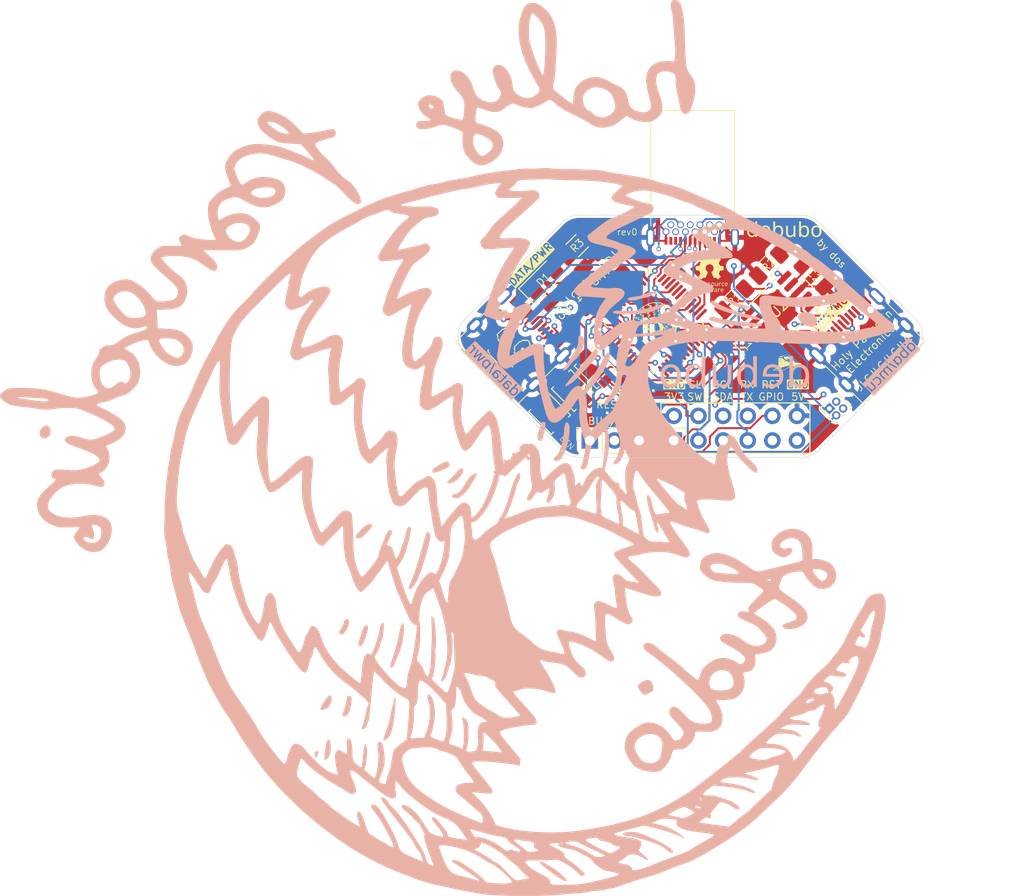
<source format=kicad_pcb>
(kicad_pcb
	(version 20240108)
	(generator "pcbnew")
	(generator_version "8.0")
	(general
		(thickness 1.6)
		(legacy_teardrops no)
	)
	(paper "A4")
	(layers
		(0 "F.Cu" signal)
		(1 "In1.Cu" power)
		(2 "In2.Cu" power)
		(31 "B.Cu" signal)
		(32 "B.Adhes" user "B.Adhesive")
		(33 "F.Adhes" user "F.Adhesive")
		(34 "B.Paste" user)
		(35 "F.Paste" user)
		(36 "B.SilkS" user "B.Silkscreen")
		(37 "F.SilkS" user "F.Silkscreen")
		(38 "B.Mask" user)
		(39 "F.Mask" user)
		(40 "Dwgs.User" user "User.Drawings")
		(41 "Cmts.User" user "User.Comments")
		(42 "Eco1.User" user "User.Eco1")
		(43 "Eco2.User" user "User.Eco2")
		(44 "Edge.Cuts" user)
		(45 "Margin" user)
		(46 "B.CrtYd" user "B.Courtyard")
		(47 "F.CrtYd" user "F.Courtyard")
		(48 "B.Fab" user)
		(49 "F.Fab" user)
		(50 "User.1" user)
		(51 "User.2" user)
		(52 "User.3" user)
		(53 "User.4" user)
		(54 "User.5" user)
		(55 "User.6" user)
		(56 "User.7" user)
		(57 "User.8" user)
		(58 "User.9" user)
	)
	(setup
		(stackup
			(layer "F.SilkS"
				(type "Top Silk Screen")
				(color "White")
			)
			(layer "F.Paste"
				(type "Top Solder Paste")
			)
			(layer "F.Mask"
				(type "Top Solder Mask")
				(color "Green")
				(thickness 0.01)
			)
			(layer "F.Cu"
				(type "copper")
				(thickness 0.035)
			)
			(layer "dielectric 1"
				(type "prepreg")
				(color "FR4 natural")
				(thickness 0.1)
				(material "FR4")
				(epsilon_r 4.5)
				(loss_tangent 0.02)
			)
			(layer "In1.Cu"
				(type "copper")
				(thickness 0.035)
			)
			(layer "dielectric 2"
				(type "core")
				(thickness 1.24)
				(material "FR4")
				(epsilon_r 4.5)
				(loss_tangent 0.02)
			)
			(layer "In2.Cu"
				(type "copper")
				(thickness 0.035)
			)
			(layer "dielectric 3"
				(type "prepreg")
				(thickness 0.1)
				(material "FR4")
				(epsilon_r 4.5)
				(loss_tangent 0.02)
			)
			(layer "B.Cu"
				(type "copper")
				(thickness 0.035)
			)
			(layer "B.Mask"
				(type "Bottom Solder Mask")
				(color "Green")
				(thickness 0.01)
			)
			(layer "B.Paste"
				(type "Bottom Solder Paste")
			)
			(layer "B.SilkS"
				(type "Bottom Silk Screen")
				(color "White")
			)
			(copper_finish "ENIG")
			(dielectric_constraints no)
		)
		(pad_to_mask_clearance 0)
		(solder_mask_min_width 0.13)
		(allow_soldermask_bridges_in_footprints no)
		(pcbplotparams
			(layerselection 0x00010fc_ffffffff)
			(plot_on_all_layers_selection 0x0000000_00000000)
			(disableapertmacros no)
			(usegerberextensions no)
			(usegerberattributes yes)
			(usegerberadvancedattributes yes)
			(creategerberjobfile yes)
			(dashed_line_dash_ratio 12.000000)
			(dashed_line_gap_ratio 3.000000)
			(svgprecision 4)
			(plotframeref no)
			(viasonmask no)
			(mode 1)
			(useauxorigin no)
			(hpglpennumber 1)
			(hpglpenspeed 20)
			(hpglpendiameter 15.000000)
			(pdf_front_fp_property_popups yes)
			(pdf_back_fp_property_popups yes)
			(dxfpolygonmode yes)
			(dxfimperialunits yes)
			(dxfusepcbnewfont yes)
			(psnegative no)
			(psa4output no)
			(plotreference yes)
			(plotvalue yes)
			(plotfptext yes)
			(plotinvisibletext no)
			(sketchpadsonfab no)
			(subtractmaskfromsilk no)
			(outputformat 1)
			(mirror no)
			(drillshape 1)
			(scaleselection 1)
			(outputdirectory "")
		)
	)
	(net 0 "")
	(net 1 "unconnected-(U1A-PB14-Pad26)")
	(net 2 "unconnected-(U1A-PF1-OSC_OUT-Pad9)")
	(net 3 "D+")
	(net 4 "D-")
	(net 5 "VBUS")
	(net 6 "unconnected-(U1A-PB4-Pad43)")
	(net 7 "unconnected-(U1A-PF0-OSC_IN-Pad8)")
	(net 8 "PD2_CC1")
	(net 9 "unconnected-(U1A-PB0-Pad19)")
	(net 10 "unconnected-(U1A-PB13-Pad25)")
	(net 11 "unconnected-(U1A-PC14-OSC32_IN-Pad2)")
	(net 12 "unconnected-(U1A-PC7-Pad31)")
	(net 13 "PD2_CC2")
	(net 14 "DBG_VBUS")
	(net 15 "DBG_D-")
	(net 16 "DBG_D+")
	(net 17 "Net-(J2-CC1)")
	(net 18 "Net-(J2-CC2)")
	(net 19 "SBU1")
	(net 20 "PD1_CC2")
	(net 21 "unconnected-(U1A-PB9-Pad48)")
	(net 22 "unconnected-(U1A-PA12[PA10]-Pad34)")
	(net 23 "unconnected-(U1A-PB12-Pad24)")
	(net 24 "PD1_CC1")
	(net 25 "unconnected-(U1A-PB8-Pad47)")
	(net 26 "SBU2")
	(net 27 "I2C_SCL")
	(net 28 "RESET")
	(net 29 "unconnected-(U1A-PB3-Pad42)")
	(net 30 "unconnected-(U1A-PC15-OSC32_OUT-Pad3)")
	(net 31 "SWDIO")
	(net 32 "I2C_SDA")
	(net 33 "BOOT")
	(net 34 "unconnected-(U1A-PB5-Pad44)")
	(net 35 "STM_RX")
	(net 36 "unconnected-(U1A-PB1-Pad20)")
	(net 37 "V3")
	(net 38 "STM_TX")
	(net 39 "Net-(U1B-VREF+)")
	(net 40 "Net-(D1-A)")
	(net 41 "GPIO")
	(net 42 "LED")
	(net 43 "BTN")
	(net 44 "SPI_MISO")
	(net 45 "SPI_MOSI")
	(net 46 "unconnected-(U1A-PA15-Pad37)")
	(net 47 "SPI_NSS")
	(net 48 "SPI_SCK")
	(net 49 "GND")
	(footprint "LOGO" (layer "F.Cu") (at 151.5 98.75))
	(footprint "Capacitor_SMD:C_1206_3216Metric_Pad1.33x1.80mm_HandSolder" (layer "F.Cu") (at 131.5951 90.0951 -45))
	(footprint "Button_Switch_SMD:SW_SPST_B3U-1000P" (layer "F.Cu") (at 127 103.95 135))
	(footprint "Capacitor_SMD:C_1206_3216Metric_Pad1.33x1.80mm_HandSolder" (layer "F.Cu") (at 129.8451 91.8451 135))
	(footprint "Capacitor_SMD:C_1206_3216Metric_Pad1.33x1.80mm_HandSolder" (layer "F.Cu") (at 147.25 96.75 135))
	(footprint "LOGO" (layer "F.Cu") (at 122.75 97.25 -45))
	(footprint "Capacitor_SMD:C_1206_3216Metric_Pad1.33x1.80mm_HandSolder" (layer "F.Cu") (at 154.25 89.75 135))
	(footprint "Capacitor_SMD:C_1206_3216Metric_Pad1.33x1.80mm_HandSolder" (layer "F.Cu") (at 133.25 88.3951 135))
	(footprint "Package_QFP:LQFP-48_7x7mm_P0.5mm" (layer "F.Cu") (at 137.75 94.75 -45))
	(footprint "Resistor_SMD:R_1206_3216Metric_Pad1.30x1.75mm_HandSolder" (layer "F.Cu") (at 149.596 88.654 45))
	(footprint "LOGO"
		(layer "F.Cu")
		(uuid "4785eff3-e543-4da4-b599-ea83da64dc85")
		(at 137.721624 94.35644)
		(property "Reference" "GPANG"
			(at 0 0 0)
			(layer "F.SilkS")
			(hide yes)
			(uuid "97468709-a4d4-4dba-b48b-3ea4b6fea43f")
			(effects
				(font
					(size 1.5 1.5)
					(thickness 0.3)
				)
			)
		)
		(property "Value" "LOGO"
			(at 0.75 0 0)
			(layer "F.SilkS")
			(hide yes)
			(uuid "6daeae5d-edac-4c57-9798-fda9de553c26")
			(effects
				(font
					(size 1.5 1.5)
					(thickness 0.3)
				)
			)
		)
		(property "Footprint" "LOGO"
			(at 0 0 0)
			(unlocked yes)
			(layer "F.Fab")
			(hide yes)
			(uuid "f22c43c4-e540-4514-ae0e-6121c9681813")
			(effects
				(font
					(size 1.27 1.27)
					(thickness 0.15)
				)
			)
		)
		(property "Datasheet" ""
			(at 0 0 0)
			(unlocked yes)
			(layer "F.Fab")
			(hide yes)
			(uuid "fc718c03-6242-424a-afe7-693a5f74999c")
			(effects
				(font
					(size 1.27 1.27)
					(thickness 0.15)
				)
			)
		)
		(property "Description" ""
			(at 0 0 0)
			(unlocked yes)
			(layer "F.Fab")
			(hide yes)
			(uuid "b837c190-3137-441e-b8ad-e8a1ef3dd34a")
			(effects
				(font
					(size 1.27 1.27)
					(thickness 0.15)
				)
			)
		)
		(attr board_only exclude_from_pos_files exclude_from_bom)
		(fp_poly
			(pts
				(xy 2.093733 0.587019) (xy 2.103678 0.595358) (xy 2.109433 0.604975) (xy 2.109011 0.610894) (xy 2.101548 0.616413)
				(xy 2.091148 0.612209) (xy 2.083789 0.605688) (xy 2.074338 0.593558) (xy 2.074319 0.58593) (xy 2.082928 0.583461)
			)
			(stroke
				(width 0)
				(type solid)
			)
			(fill solid)
			(layer "F.SilkS")
			(uuid "ac657206-7708-43c0-a1e8-c783de963f3a")
		)
		(fp_poly
			(pts
				(xy -1.932415 0.436049) (xy -1.925149 0.445848) (xy -1.923187 0.450927) (xy -1.917452 0.479205)
				(xy -1.921547 0.502697) (xy -1.926811 0.511926) (xy -1.936295 0.525842) (xy -1.942654 0.536292)
				(xy -1.953549 0.545756) (xy -1.969758 0.549436) (xy -1.986971 0.547105) (xy -2.000121 0.539323)
				(xy -2.009805 0.522618) (xy -2.011184 0.502562) (xy -2.005499 0.481498) (xy -1.993991 0.461765)
				(xy -1.977899 0.445707) (xy -1.958466 0.435664) (xy -1.944024 0.433465)
			)
			(stroke
				(width 0)
				(type solid)
			)
			(fill solid)
			(layer "F.SilkS")
			(uuid "1ebe9809-4fe8-4c80-ad44-ce21a3ff5c95")
		)
		(fp_poly
			(pts
				(xy 0.291162 -0.18097) (xy 0.305685 -0.178322) (xy 0.32908 -0.174645) (xy 0.354861 -0.172493) (xy 0.364242 -0.17226)
				(xy 0.383564 -0.17141) (xy 0.392622 -0.168339) (xy 0.392171 -0.162265) (xy 0.383209 -0.152623) (xy 0.367257 -0.144378)
				(xy 0.34474 -0.140389) (xy 0.319403 -0.140772) (xy 0.294995 -0.145644) (xy 0.284784 -0.149575) (xy 0.268497 -0.158373)
				(xy 0.262059 -0.16572) (xy 0.264617 -0.173162) (xy 0.269293 -0.177642) (xy 0.277661 -0.181298)
			)
			(stroke
				(width 0)
				(type solid)
			)
			(fill solid)
			(layer "F.SilkS")
			(uuid "219769a4-c93b-43b4-a94a-8eebe24ec2ae")
		)
		(fp_poly
			(pts
				(xy 1.821885 0.375303) (xy 1.845162 0.381754) (xy 1.854544 0.384657) (xy 1.878995 0.393796) (xy 1.892572 0.402369)
				(xy 1.89522 0.410274) (xy 1.886887 0.417409) (xy 1.874021 0.422022) (xy 1.859689 0.425906) (xy 1.850723 0.426988)
				(xy 1.841688 0.425099) (xy 1.828698 0.420612) (xy 1.813897 0.412722) (xy 1.801074 0.401406) (xy 1.792672 0.389451)
				(xy 1.791134 0.379644) (xy 1.791716 0.378415) (xy 1.797033 0.373819) (xy 1.806466 0.372719)
			)
			(stroke
				(width 0)
				(type solid)
			)
			(fill solid)
			(layer "F.SilkS")
			(uuid "2976cb09-dd76-4521-8f9e-39d240b55eb0")
		)
		(fp_poly
			(pts
				(xy 0.987596 -0.2862) (xy 0.993506 -0.285602) (xy 1.020791 -0.281808) (xy 1.037653 -0.276844) (xy 1.044762 -0.270205)
				(xy 1.042787 -0.261388) (xy 1.036218 -0.253508) (xy 1.029685 -0.248883) (xy 1.020052 -0.246328)
				(xy 1.005136 -0.245685) (xy 0.982751 -0.246796) (xy 0.9641 -0.248303) (xy 0.937224 -0.251982) (xy 0.921243 -0.257445)
				(xy 0.916065 -0.264782) (xy 0.9216 -0.274081) (xy 0.931031 -0.281306) (xy 0.939621 -0.285765) (xy 0.949999 -0.287935)
				(xy 0.965035 -0.288014)
			)
			(stroke
				(width 0)
				(type solid)
			)
			(fill solid)
			(layer "F.SilkS")
			(uuid "a1f3aeea-364e-44a6-9f33-acc2d70590f8")
		)
		(fp_poly
			(pts
				(xy 1.433889 0.081229) (xy 1.437538 0.084741) (xy 1.446012 0.09153) (xy 1.461055 0.098914) (xy 1.47839 0.105067)
				(xy 1.491993 0.107996) (xy 1.501064 0.113136) (xy 1.503106 0.122709) (xy 1.500918 0.132624) (xy 1.492209 0.136835)
				(xy 1.486436 0.137543) (xy 1.471083 0.136057) (xy 1.452373 0.130656) (xy 1.445713 0.127894) (xy 1.425516 0.116454)
				(xy 1.411517 0.104182) (xy 1.405188 0.092721) (xy 1.407025 0.084741) (xy 1.417199 0.078697) (xy 1.422937 0.077795)
			)
			(stroke
				(width 0)
				(type solid)
			)
			(fill solid)
			(layer "F.SilkS")
			(uuid "6b006c0c-942b-4a76-8d3f-47ad988798a7")
		)
		(fp_poly
			(pts
				(xy 1.98597 0.578947) (xy 1.999716 0.586146) (xy 2.015612 0.598914) (xy 2.018323 0.60152) (xy 2.035036 0.617572)
				(xy 2.051841 0.633055) (xy 2.060257 0.640461) (xy 2.073606 0.653431) (xy 2.077198 0.661703) (xy 2.071022 0.665921)
				(xy 2.059784 0.666812) (xy 2.042286 0.663123) (xy 2.023211 0.65116) (xy 2.018502 0.647268) (xy 2.001906 0.631055)
				(xy 1.987336 0.613288) (xy 1.976889 0.596854) (xy 1.972664 0.584638) (xy 1.972653 0.584194) (xy 1.976305 0.578052)
			)
			(stroke
				(width 0)
				(type solid)
			)
			(fill solid)
			(layer "F.SilkS")
			(uuid "30d1cda9-4e39-43c1-8c94-f16a6dbcccdc")
		)
		(fp_poly
			(pts
				(xy 1.360202 0.18516) (xy 1.378611 0.193839) (xy 1.392034 0.202524) (xy 1.41137 0.215377) (xy 1.430826 0.227522)
				(xy 1.440593 0.233199) (xy 1.455701 0.244315) (xy 1.461418 0.255232) (xy 1.461431 0.255724) (xy 1.457244 0.264409)
				(xy 1.446039 0.26658) (xy 1.429843 0.262176) (xy 1.419668 0.257) (xy 1.395418 0.24271) (xy 1.378606 0.232563)
				(xy 1.367037 0.22516) (xy 1.358518 0.2191) (xy 1.351383 0.213422) (xy 1.341313 0.201336) (xy 1.340855 0.192584)
				(xy 1.347848 0.184787)
			)
			(stroke
				(width 0)
				(type solid)
			)
			(fill solid)
			(layer "F.SilkS")
			(uuid "c0b9abc3-53e5-4895-a3cd-2521847c850b")
		)
		(fp_poly
			(pts
				(xy 0.413586 -0.283612) (xy 0.414676 -0.282817) (xy 0.421077 -0.27524) (xy 0.419885 -0.268359) (xy 0.410173 -0.261336)
				(xy 0.39101 -0.253331) (xy 0.376471 -0.248327) (xy 0.351583 -0.240272) (xy 0.334994 -0.235608) (xy 0.324499 -0.234101)
				(xy 0.317891 -0.23552) (xy 0.312963 -0.23963) (xy 0.311401 -0.241453) (xy 0.306511 -0.254333) (xy 0.310187 -0.266879)
				(xy 0.316736 -0.272492) (xy 0.326101 -0.275344) (xy 0.342994 -0.278954) (xy 0.363929 -0.282587)
				(xy 0.366055 -0.282914) (xy 0.389798 -0.285914) (xy 0.404926 -0.286148)
			)
			(stroke
				(width 0)
				(type solid)
			)
			(fill solid)
			(layer "F.SilkS")
			(uuid "ce4f3cb3-bef1-4aea-9e48-3a9138344b38")
		)
		(fp_poly
			(pts
				(xy 1.465457 2.002335) (xy 1.466299 2.012863) (xy 1.463751 2.032398) (xy 1.457782 2.061456) (xy 1.448391 2.10045)
				(xy 1.439302 2.135626) (xy 1.432071 2.161223) (xy 1.426245 2.178531) (xy 1.421372 2.188842) (xy 1.416998 2.193446)
				(xy 1.415587 2.193934) (xy 1.409002 2.192961) (xy 1.406238 2.185056) (xy 1.405863 2.175565) (xy 1.407516 2.157252)
				(xy 1.411981 2.132822) (xy 1.418517 2.104896) (xy 1.426384 2.076095) (xy 1.43484 2.049041) (xy 1.443145 2.026356)
				(xy 1.450557 2.010661) (xy 1.453717 2.006232) (xy 1.461253 2.000297)
			)
			(stroke
				(width 0)
				(type solid)
			)
			(fill solid)
			(layer "F.SilkS")
			(uuid "75941cb2-c3a2-4af2-b84f-9d45d51ae054")
		)
		(fp_poly
			(pts
				(xy -1.646773 0.06286) (xy -1.647219 0.069096) (xy -1.651096 0.082747) (xy -1.657409 0.101035) (xy -1.665165 0.12118)
				(xy -1.673369 0.140405) (xy -1.678071 0.1503) (xy -1.690145 0.170935) (xy -1.703588 0.188594) (xy -1.716348 0.200931)
				(xy -1.726375 0.2056) (xy -1.726417 0.2056) (xy -1.733136 0.203819) (xy -1.733713 0.202686) (xy -1.730957 0.196903)
				(xy -1.723687 0.184336) (xy -1.713393 0.167553) (xy -1.711899 0.165178) (xy -1.698673 0.142274)
				(xy -1.686187 0.11746) (xy -1.678352 0.099148) (xy -1.669389 0.079714) (xy -1.659885 0.066528) (xy -1.651271 0.061234)
			)
			(stroke
				(width 0)
				(type solid)
			)
			(fill solid)
			(layer "F.SilkS")
			(uuid "9e7d9363-affc-47c0-b36b-875cde412a35")
		)
		(fp_poly
			(pts
				(xy 1.723499 0.456051) (xy 1.739203 0.467998) (xy 1.743829 0.471833) (xy 1.762782 0.486328) (xy 1.782952 0.499741)
				(xy 1.793448 0.505734) (xy 1.809096 0.514494) (xy 1.815802 0.520953) (xy 1.814859 0.527138) (xy 1.810396 0.532338)
				(xy 1.804117 0.537064) (xy 1.796134 0.53802) (xy 1.782841 0.535264) (xy 1.774381 0.532889) (xy 1.761489 0.526592)
				(xy 1.744364 0.514893) (xy 1.726611 0.500266) (xy 1.725829 0.499555) (xy 1.709979 0.484461) (xy 1.701436 0.474265)
				(xy 1.698853 0.466892) (xy 1.700636 0.460717) (xy 1.706278 0.452942) (xy 1.713212 0.451209)
			)
			(stroke
				(width 0)
				(type solid)
			)
			(fill solid)
			(layer "F.SilkS")
			(uuid "ab5a3f2e-d8c6-4a58-93da-27bef9253d04")
		)
		(fp_poly
			(pts
				(xy -0.282151 -0.070954) (xy -0.269412 -0.062244) (xy -0.254826 -0.052441) (xy -0.243916 -0.045979)
				(xy -0.240111 -0.044454) (xy -0.231681 -0.040297) (xy -0.220931 -0.030318) (xy -0.211208 -0.018253)
				(xy -0.205861 -0.00784) (xy -0.205601 -0.005927) (xy -0.209338 0.002826) (xy -0.217344 0.009681)
				(xy -0.224115 0.010705) (xy -0.228743 0.007533) (xy -0.239967 -0.000382) (xy -0.255126 -0.011162)
				(xy -0.273362 -0.024805) (xy -0.289987 -0.038304) (xy -0.299417 -0.046837) (xy -0.308417 -0.056701)
				(xy -0.310015 -0.062999) (xy -0.304999 -0.069681) (xy -0.304142 -0.070543) (xy -0.298052 -0.075501)
				(xy -0.291743 -0.075882)
			)
			(stroke
				(width 0)
				(type solid)
			)
			(fill solid)
			(layer "F.SilkS")
			(uuid "2064a8c6-da98-440b-82ba-6b895f9443d5")
		)
		(fp_poly
			(pts
				(xy 1.502965 0.647207) (xy 1.51445 0.655298) (xy 1.533024 0.669195) (xy 1.559134 0.689234) (xy 1.593224 0.715752)
				(xy 1.613008 0.731236) (xy 1.633292 0.745746) (xy 1.658081 0.761536) (xy 1.680923 0.774594) (xy 1.699194 0.78506)
				(xy 1.712858 0.794381) (xy 1.719527 0.800884) (xy 1.71982 0.801857) (xy 1.715135 0.807802) (xy 1.702904 0.809675)
				(xy 1.685868 0.807614) (xy 1.666767 0.801756) (xy 1.660132 0.79885) (xy 1.637266 0.785403) (xy 1.609897 0.764578)
				(xy 1.5774 0.73585) (xy 1.539147 0.698695) (xy 1.532732 0.692218) (xy 1.512594 0.671228) (xy 1.500216 0.656836)
				(xy 1.495038 0.648272) (xy 1.4965 0.644766) (xy 1.498122 0.644585)
			)
			(stroke
				(width 0)
				(type solid)
			)
			(fill solid)
			(layer "F.SilkS")
			(uuid "8c4e9124-530b-4685-a3a7-5ca136c6afa3")
		)
		(fp_poly
			(pts
				(xy -0.394818 0.026768) (xy -0.378783 0.039138) (xy -0.367441 0.050654) (xy -0.343563 0.074357)
				(xy -0.317013 0.096232) (xy -0.289697 0.115134) (xy -0.26352 0.129913) (xy -0.240386 0.139424) (xy -0.2222 0.142518)
				(xy -0.216446 0.141612) (xy -0.207342 0.142927) (xy -0.202548 0.150711) (xy -0.203924 0.160593)
				(xy -0.206786 0.164315) (xy -0.224012 0.173494) (xy -0.24403 0.173072) (xy -0.250055 0.170978) (xy -0.263018 0.165368)
				(xy -0.281211 0.157457) (xy -0.29323 0.152216) (xy -0.310503 0.142602) (xy -0.331629 0.127821) (xy -0.354228 0.109912)
				(xy -0.375919 0.09091) (xy -0.394321 0.072852) (xy -0.407055 0.057775) (xy -0.410668 0.051741) (xy -0.416283 0.034388)
				(xy -0.414735 0.024422) (xy -0.407191 0.021872)
			)
			(stroke
				(width 0)
				(type solid)
			)
			(fill solid)
			(layer "F.SilkS")
			(uuid "fec170a4-69cc-467a-8e5e-3f1a230f8936")
		)
		(fp_poly
			(pts
				(xy 0.265586 -0.103844) (xy 0.29326 -0.096543) (xy 0.313957 -0.088909) (xy 0.34638 -0.077656) (xy 0.371124 -0.07296)
				(xy 0.389405 -0.074712) (xy 0.400832 -0.081247) (xy 0.4117 -0.086687) (xy 0.422103 -0.085908) (xy 0.427707 -0.079476)
				(xy 0.427871 -0.077717) (xy 0.424252 -0.070049) (xy 0.41542 -0.059305) (xy 0.414232 -0.058094) (xy 0.403453 -0.050048)
				(xy 0.389706 -0.045864) (xy 0.370733 -0.045332) (xy 0.344281 -0.048245) (xy 0.330797 -0.050379)
				(xy 0.312194 -0.054198) (xy 0.296683 -0.058589) (xy 0.2919 -0.060495) (xy 0.280424 -0.064974) (xy 0.26271 -0.070736)
				(xy 0.248665 -0.074828) (xy 0.228386 -0.081441) (xy 0.21862 -0.087481) (xy 0.218832 -0.093579) (xy 0.227462 -0.099827)
				(xy 0.244201 -0.104869)
			)
			(stroke
				(width 0)
				(type solid)
			)
			(fill solid)
			(layer "F.SilkS")
			(uuid "aa57f71c-03df-4b13-9366-b692924adf74")
		)
		(fp_poly
			(pts
				(xy 0.688605 -0.011353) (xy 0.701975 -0.003788) (xy 0.721271 0.008305) (xy 0.744938 0.023957) (xy 0.767458 0.039424)
				(xy 0.826809 0.080025) (xy 0.878204 0.113407) (xy 0.921964 0.139766) (xy 0.958407 0.159302) (xy 0.968927 0.164305)
				(xy 0.987478 0.174007) (xy 0.996063 0.181753) (xy 0.996564 0.18643) (xy 0.988945 0.192856) (xy 0.973157 0.19307)
				(xy 0.948848 0.187033) (xy 0.924315 0.178183) (xy 0.907592 0.170196) (xy 0.883899 0.156993) (xy 0.855265 0.139887)
				(xy 0.823714 0.120187) (xy 0.791275 0.099205) (xy 0.759973 0.078252) (xy 0.731836 0.058637) (xy 0.70889 0.041673)
				(xy 0.693207 0.028711) (xy 0.682906 0.015382) (xy 0.678041 0.001283) (xy 0.679499 -0.010023) (xy 0.682717 -0.013419)
			)
			(stroke
				(width 0)
				(type solid)
			)
			(fill solid)
			(layer "F.SilkS")
			(uuid "8db06e1b-b52d-4d45-93b6-869ea0c98fa3")
		)
		(fp_poly
			(pts
				(xy 1.174462 0.325643) (xy 1.189649 0.334338) (xy 1.206815 0.346341) (xy 1.222795 0.359614) (xy 1.223649 0.360408)
				(xy 1.241211 0.375015) (xy 1.267123 0.393982) (xy 1.299981 0.416348) (xy 1.338381 0.441148) (xy 1.369781 0.46065)
				(xy 1.388205 0.473468) (xy 1.397243 0.483444) (xy 1.396588 0.49006) (xy 1.388732 0.492601) (xy 1.380305 0.490502)
				(xy 1.365211 0.484199) (xy 1.34645 0.474968) (xy 1.343023 0.473152) (xy 1.319133 0.460353) (xy 1.293981 0.446883)
				(xy 1.274581 0.436499) (xy 1.256804 0.425398) (xy 1.237379 0.410686) (xy 1.217639 0.393743) (xy 1.198918 0.375952)
				(xy 1.182547 0.358694) (xy 1.169859 0.343349) (xy 1.162187 0.331301) (xy 1.160864 0.32393) (xy 1.164419 0.322293)
			)
			(stroke
				(width 0)
				(type solid)
			)
			(fill solid)
			(layer "F.SilkS")
			(uuid "2a39b8c1-5611-4ea6-845e-23816d860d9a")
		)
		(fp_poly
			(pts
				(xy -0.827971 -0.209095) (xy -0.813612 -0.207488) (xy -0.792779 -0.20421) (xy -0.764276 -0.199139)
				(xy -0.726905 -0.192155) (xy -0.694597 -0.186018) (xy -0.661235 -0.17971) (xy -0.629973 -0.173885)
				(xy -0.603147 -0.168972) (xy -0.583096 -0.1654) (xy -0.573737 -0.163832) (xy -0.557549 -0.159956)
				(xy -0.550571 -0.155243) (xy -0.553519 -0.150501) (xy -0.559845 -0.148114) (xy -0.597189 -0.142649)
				(xy -0.639029 -0.144932) (xy -0.657216 -0.147259) (xy -0.682781 -0.150142) (xy -0.712031 -0.153178)
				(xy -0.735631 -0.15545) (xy -0.762647 -0.158354) (xy -0.786464 -0.16166) (xy -0.804391 -0.164948)
				(xy -0.813426 -0.167622) (xy -0.833021 -0.180726) (xy -0.843328 -0.194579) (xy -0.844629 -0.201246)
				(xy -0.844187 -0.205107) (xy -0.842061 -0.207783) (xy -0.837055 -0.209153)
			)
			(stroke
				(width 0)
				(type solid)
			)
			(fill solid)
			(layer "F.SilkS")
			(uuid "7846a38d-13d3-45fb-b3b8-ac7eea47cadf")
		)
		(fp_poly
			(pts
				(xy -1.572707 0.027122) (xy -1.570004 0.03947) (xy -1.569862 0.055766) (xy -1.572529 0.072099) (xy -1.578621 0.086904)
				(xy -1.590379 0.108737) (xy -1.60667 0.135838) (xy -1.626363 0.166442) (xy -1.648325 0.198788) (xy -1.671424 0.231112)
				(xy -1.693067 0.259779) (xy -1.71196 0.283295) (xy -1.725372 0.298073) (xy -1.733949 0.304646) (xy -1.738337 0.303548)
				(xy -1.739269 0.297894) (xy -1.736202 0.289467) (xy -1.72826 0.275608) (xy -1.719869 0.263164) (xy -1.696231 0.230008)
				(xy -1.677712 0.203286) (xy -1.662753 0.180553) (xy -1.64979 0.159362) (xy -1.637263 0.137269) (xy -1.62535 0.11512)
				(xy -1.613257 0.091375) (xy -1.603425 0.070364) (xy -1.596921 0.054484) (xy -1.594793 0.046475)
				(xy -1.591477 0.034326) (xy -1.583837 0.024764) (xy -1.577614 0.022227)
			)
			(stroke
				(width 0)
				(type solid)
			)
			(fill solid)
			(layer "F.SilkS")
			(uuid "30de9b28-1281-4ef3-b6e0-8562456619fa")
		)
		(fp_poly
			(pts
				(xy -1.189611 -0.319266) (xy -1.188677 -0.318487) (xy -1.189128 -0.312144) (xy -1.196811 -0.302514)
				(xy -1.209254 -0.291725) (xy -1.223985 -0.281907) (xy -1.238533 -0.275191) (xy -1.23916 -0.27499)
				(xy -1.252771 -0.269223) (xy -1.26941 -0.260248) (xy -1.27378 -0.257578) (xy -1.28833 -0.249498)
				(xy -1.299993 -0.2449) (xy -1.302625 -0.244498) (xy -1.311854 -0.241577) (xy -1.313766 -0.239605)
				(xy -1.322097 -0.234348) (xy -1.335431 -0.231615) (xy -1.347767 -0.232383) (xy -1.350648 -0.233603)
				(xy -1.35435 -0.240964) (xy -1.353275 -0.244173) (xy -1.345818 -0.250142) (xy -1.331071 -0.258206)
				(xy -1.312263 -0.266877) (xy -1.292623 -0.274667) (xy -1.275381 -0.280088) (xy -1.275279 -0.280113)
				(xy -1.258987 -0.286437) (xy -1.24252 -0.296024) (xy -1.241938 -0.296444) (xy -1.217804 -0.312341)
				(xy -1.200273 -0.319985)
			)
			(stroke
				(width 0)
				(type solid)
			)
			(fill solid)
			(layer "F.SilkS")
			(uuid "e3156611-c05e-4ac7-b329-8a1839c879ca")
		)
		(fp_poly
			(pts
				(xy -1.067143 -0.312935) (xy -1.0669 -0.310476) (xy -1.070969 -0.303113) (xy -1.081936 -0.290616)
				(xy -1.097943 -0.274693) (xy -1.117132 -0.257051) (xy -1.137644 -0.239399) (xy -1.157621 -0.223445)
				(xy -1.175204 -0.210898) (xy -1.175257 -0.210864) (xy -1.192876 -0.199202) (xy -1.207348 -0.189279)
				(xy -1.21561 -0.183196) (xy -1.21572 -0.183103) (xy -1.229129 -0.174514) (xy -1.248076 -0.165941)
				(xy -1.270278 -0.15798) (xy -1.293455 -0.151228) (xy -1.315325 -0.146281) (xy -1.333607 -0.143737)
				(xy -1.346019 -0.14419) (xy -1.350296 -0.14791) (xy -1.345445 -0.151808) (xy -1.332258 -0.158674)
				(xy -1.312784 -0.167518) (xy -1.290531 -0.176772) (xy -1.227823 -0.205464) (xy -1.174177 -0.238052)
				(xy -1.127911 -0.275587) (xy -1.11954 -0.283637) (xy -1.099388 -0.301926) (xy -1.083318 -0.313221)
				(xy -1.072261 -0.317049)
			)
			(stroke
				(width 0)
				(type solid)
			)
			(fill solid)
			(layer "F.SilkS")
			(uuid "10b1cf3e-69a6-4d0a-bd43-e0bd2cf87a8a")
		)
		(fp_poly
			(pts
				(xy 0.961002 2.19818) (xy 0.959021 2.207045) (xy 0.949464 2.220169) (xy 0.941332 2.228564) (xy 0.924047 2.247471)
				(xy 0.904913 2.272271) (xy 0.88511 2.300977) (xy 0.865817 2.331602) (xy 0.848211 2.362159) (xy 0.833472 2.39066)
				(xy 0.822778 2.415117) (xy 0.817309 2.433543) (xy 0.816845 2.438459) (xy 0.815084 2.453361) (xy 0.810737 2.468471)
				(xy 0.805207 2.479914) (xy 0.800394 2.483876) (xy 0.793765 2.480467) (xy 0.790943 2.477978) (xy 0.788761 2.468634)
				(xy 0.791312 2.451295) (xy 0.7979 2.427665) (xy 0.807831 2.399449) (xy 0.820408 2.368349) (xy 0.834938 2.33607)
				(xy 0.850724 2.304315) (xy 0.867073 2.274788) (xy 0.883288 2.249193) (xy 0.885681 2.245776) (xy 0.899308 2.230148)
				(xy 0.916564 2.215089) (xy 0.934338 2.202883) (xy 0.949521 2.195819) (xy 0.954863 2.194924)
			)
			(stroke
				(width 0)
				(type solid)
			)
			(fill solid)
			(layer "F.SilkS")
			(uuid "01551c69-6e29-4c37-a8cb-88ed8f939d3b")
		)
		(fp_poly
			(pts
				(xy -1.495502 0.100126) (xy -1.494772 0.103484) (xy -1.498673 0.115409) (xy -1.509684 0.133577)
				(xy -1.526761 0.156679) (xy -1.548862 0.183402) (xy -1.574944 0.212437) (xy -1.603965 0.242472)
				(xy -1.610261 0.24871) (xy -1.6422 0.279829) (xy -1.667385 0.303622) (xy -1.686722 0.320818) (xy -1.701118 0.332142)
				(xy -1.711479 0.338322) (xy -1.71871 0.340085) (xy -1.722681 0.338913) (xy -1.724723 0.337076) (xy -1.72499 0.334284)
				(xy -1.722709 0.329656) (xy -1.717105 0.322316) (xy -1.707403 0.311384) (xy -1.69283 0.295982) (xy -1.672611 0.275232)
				(xy -1.645972 0.248254) (xy -1.617425 0.219492) (xy -1.597086 0.197609) (xy -1.575244 0.171918)
				(xy -1.556534 0.147876) (xy -1.556081 0.147254) (xy -1.542555 0.128703) (xy -1.531078 0.113133)
				(xy -1.523549 0.103115) (xy -1.522211 0.101411) (xy -1.512855 0.095432) (xy -1.502407 0.095121)
			)
			(stroke
				(width 0)
				(type solid)
			)
			(fill solid)
			(layer "F.SilkS")
			(uuid "696d98d2-0c7a-4ea1-8161-0b6e94a12a6c")
		)
		(fp_poly
			(pts
				(xy -0.800957 -0.329451) (xy -0.790147 -0.317255) (xy -0.783158 -0.308956) (xy -0.776097 -0.302233)
				(xy -0.767288 -0.296312) (xy -0.755058 -0.29042) (xy -0.737732 -0.283782) (xy -0.713638 -0.275624)
				(xy -0.6811 -0.265174) (xy -0.669591 -0.261523) (xy -0.64043 -0.252305) (xy -0.620375 -0.245894)
				(xy -0.607969 -0.241641) (xy -0.601756 -0.2389) (xy -0.600278 -0.237021) (xy -0.602079 -0.235357)
				(xy -0.605702 -0.23326) (xy -0.605844 -0.233171) (xy -0.619146 -0.228769) (xy -0.637705 -0.230093)
				(xy -0.658581 -0.235569) (xy -0.678465 -0.239611) (xy -0.698322 -0.240457) (xy -0.701059 -0.240215)
				(xy -0.713818 -0.239912) (xy -0.727989 -0.242481) (xy -0.745834 -0.248646) (xy -0.769619 -0.259136)
				(xy -0.788944 -0.268426) (xy -0.811628 -0.283447) (xy -0.824373 -0.301065) (xy -0.826656 -0.320492)
				(xy -0.825929 -0.324067) (xy -0.820586 -0.335759) (xy -0.812468 -0.337593)
			)
			(stroke
				(width 0)
				(type solid)
			)
			(fill solid)
			(layer "F.SilkS")
			(uuid "e7bbed64-ffca-404b-a0cf-49fd67e1685b")
		)
		(fp_poly
			(pts
				(xy 0.187374 -1.866634) (xy 0.225124 -1.865443) (xy 0.266749 -1.8636) (xy 0.310744 -1.861217) (xy 0.355604 -1.858406)
				(xy 0.399821 -1.855279) (xy 0.44189 -1.85195) (xy 0.480305 -1.84853) (xy 0.51356 -1.845131) (xy 0.540148 -1.841866)
				(xy 0.558564 -1.838848) (xy 0.567103 -1.83632) (xy 0.573597 -1.835176) (xy 0.589074 -1.833486) (xy 0.611428 -1.831452)
				(xy 0.638552 -1.829276) (xy 0.647833 -1.828587) (xy 0.685621 -1.825287) (xy 0.717737 -1.820965)
				(xy 0.748785 -1.814782) (xy 0.783368 -1.805899) (xy 0.802953 -1.80032) (xy 0.833475 -1.791062) (xy 0.862675 -1.781536)
				(xy 0.88766 -1.772729) (xy 0.905537 -1.76563) (xy 0.908532 -1.76425) (xy 0.924119 -1.757266) (xy 0.947262 -1.747589)
				(xy 0.975094 -1.736387) (xy 1.00475 -1.72483) (xy 1.011332 -1.722319) (xy 1.078644 -1.695375) (xy 1.140656 -1.667415)
				(xy 1.203073 -1.635848) (xy 1.211376 -1.631418) (xy 1.246246 -1.613437) (xy 1.282021 -1.596245)
				(xy 1.315299 -1.581416) (xy 1.342679 -1.570522) (xy 1.344553 -1.569853) (xy 1.369242 -1.559054)
				(xy 1.3992 -1.542756) (xy 1.431387 -1.522835) (xy 1.462759 -1.501171) (xy 1.489214 -1.480538) (xy 1.50819 -1.465073)
				(xy 1.526076 -1.451349) (xy 1.539604 -1.441852) (xy 1.541783 -1.440511) (xy 1.554201 -1.431884)
				(xy 1.571054 -1.418469) (xy 1.588729 -1.403144) (xy 1.589016 -1.402883) (xy 1.608676 -1.385421)
				(xy 1.629361 -1.36769) (xy 1.644804 -1.354974) (xy 1.659428 -1.342432) (xy 1.679459 -1.324019) (xy 1.703268 -1.301357)
				(xy 1.729226 -1.276069) (xy 1.755702 -1.249777) (xy 1.781067 -1.224105) (xy 1.803692 -1.200676)
				(xy 1.821946 -1.181111) (xy 1.8342 -1.167034) (xy 1.836447 -1.164144) (xy 1.847252 -1.15067) (xy 1.8633 -1.132018)
				(xy 1.882125 -1.111014) (xy 1.895407 -1.096665) (xy 1.914762 -1.074785) (xy 1.932796 -1.052147)
				(xy 1.947028 -1.031977) (xy 1.9531 -1.021649) (xy 1.965571 -0.99901) (xy 1.980211 -0.974906) (xy 1.987324 -0.9641)
				(xy 2.000058 -0.944061) (xy 2.01416 -0.919689) (xy 2.02497 -0.899375) (xy 2.037266 -0.876358) (xy 2.05082 -0.853078)
				(xy 2.06141 -0.836514) (xy 2.07324 -0.817388) (xy 2.086165 -0.79357) (xy 2.0959 -0.773433) (xy 2.104999 -0.753627)
				(xy 2.117395 -0.727324) (xy 2.131444 -0.69798) (xy 2.145239 -0.669591) (xy 2.164225 -0.627315) (xy 2.183413 -0.57814)
				(xy 2.201241 -0.526143) (xy 2.205902 -0.511223) (xy 2.217046 -0.47567) (xy 2.229102 -0.438822) (xy 2.240912 -0.404114)
				(xy 2.251319 -0.374984) (xy 2.255486 -0.363969) (xy 2.265771 -0.336612) (xy 2.275591 -0.308928)
				(xy 2.283493 -0.28508) (xy 2.286509 -0.27506) (xy 2.293492 -0.251624) (xy 2.302158 -0.224273) (xy 2.309311 -0.202822)
				(xy 2.317045 -0.176892) (xy 2.325489 -0.142829) (xy 2.334076 -0.103542) (xy 2.342237 -0.061938)
				(xy 2.349406 -0.020926) (xy 2.355013 0.016586) (xy 2.358493 0.047692) (xy 2.358677 0.050011) (xy 2.361489 0.077769)
				(xy 2.36585 0.110633) (xy 2.370971 0.142845) (xy 2.37278 0.152811) (xy 2.377946 0.183286) (xy 2.383137 0.219208)
				(xy 2.387572 0.254938) (xy 2.389386 0.272282) (xy 2.392476 0.30355) (xy 2.395873 0.336181) (xy 2.399078 0.365456)
				(xy 2.400784 0.380133) (xy 2.403696 0.414604) (xy 2.405369 0.457672) (xy 2.405826 0.506892) (xy 2.405092 0.559818)
				(xy 2.403188 0.614007) (xy 2.40014 0.667012) (xy 2.397758 0.697375) (xy 2.38265 0.827937) (xy 2.36058 0.955895)
				(xy 2.331912 1.079982) (xy 2.297012 1.19893) (xy 2.256246 1.31147) (xy 2.20998 1.416334) (xy 2.167049 1.497707)
				(xy 2.15236 1.523619) (xy 2.139149 1.547444) (xy 2.128693 1.56684) (xy 2.122272 1.579466) (xy 2.121547 1.581058)
				(xy 2.114077 1.595017) (xy 2.101298 1.61559) (xy 2.084689 1.640592) (xy 2.065724 1.667836) (xy 2.045883 1.695135)
				(xy 2.032938 1.712233) (xy 1.991344 1.765887) (xy 1.955586 1.811457) (xy 1.924932 1.849828) (xy 1.898652 1.881881)
				(xy 1.876014 1.9085) (xy 1.856286 1.930567) (xy 1.838737 1.948965) (xy 1.828177 1.959351) (xy 1.751173 2.030605)
				(xy 1.67177 2.099455) (xy 1.592344 2.163941) (xy 1.515273 2.222105) (xy 1.475322 2.250296) (xy 1.450577 2.267458)
				(xy 1.42836 2.28318) (xy 1.410666 2.296028) (xy 1.399492 2.304564) (xy 1.397528 2.306235) (xy 1.386779 2.314147)
				(xy 1.370002 2.324515) (xy 1.353838 2.333481) (xy 1.333551 2.345012) (xy 1.314586 2.357254) (xy 1.303827 2.365317)
				(xy 1.28747 2.376925) (xy 1.26765 2.388131) (xy 1.261387 2.391086) (xy 1.243328 2.399997) (xy 1.227438 2.409382)
				(xy 1.223003 2.412534) (xy 1.210095 2.419929) (xy 1.191394 2.427677) (xy 1.178549 2.431857) (xy 1.160697 2.437405)
				(xy 1.147073 2.442424) (xy 1.141916 2.445005) (xy 1.134257 2.448834) (xy 1.119148 2.45504) (xy 1.099646 2.462377)
				(xy 1.096629 2.463463) (xy 1.072079 2.47291) (xy 1.043138 2.485018) (xy 1.015346 2.497454) (xy 1.010499 2.499735)
				(xy 0.985575 2.510594) (xy 0.954373 2.522755) (xy 0.921328 2.534546) (xy 0.897418 2.542322) (xy 0.868344 2.551568)
				(xy 0.839924 2.561115) (xy 0.815614 2.569773) (xy 0.800175 2.575794) (xy 0.775468 2.585436) (xy 0.748639 2.59413)
				(xy 0.718091 2.60224) (xy 0.682227 2.610132) (xy 0.639449 2.61817) (xy 0.588161 2.626717) (xy 0.552899 2.632202)
				(xy 0.46896 2.643625) (xy 0.393258 2.650914) (xy 0.323757 2.65418) (xy 0.258423 2.65353) (xy 0.211157 2.650558)
				(xy 0.187363 2.648735) (xy 0.156282 2.646656) (xy 0.121728 2.644562) (xy 0.087517 2.642694) (xy 0.083351 2.642483)
				(xy 0.052025 2.640526) (xy 0.021544 2.637696) (xy -0.009749 2.633701) (xy -0.043511 2.628248) (xy -0.081401 2.621044)
				(xy -0.125074 2.611799) (xy -0.176189 2.600218) (xy -0.235146 2.586311) (xy -0.325638 2.566173)
				(xy -0.415558 2.549351) (xy -0.510493 2.53481) (xy -0.518599 2.533696) (xy -0.556551 2.527464) (xy -0.588353 2.519494)
				(xy -0.618963 2.508428) (xy -0.632916 2.502415) (xy -0.651401 2.494326) (xy -0.676384 2.483637)
				(xy -0.704077 2.471961) (xy -0.72238 2.464339) (xy -0.750631 2.452184) (xy -0.779473 2.439001) (xy -0.804739 2.426731)
				(xy -0.816846 2.420396) (xy -0.838654 2.408641) (xy -0.8657 2.394342) (xy -0.893301 2.379967) (xy -0.902975 2.374991)
				(xy -0.948631 2.350923) (xy -0.987095 2.32922) (xy -1.017604 2.310356) (xy -1.039393 2.294802) (xy -1.050369 2.284305)
				(xy -0.857139 2.284305) (xy -0.856756 2.294328) (xy -0.848674 2.308559) (xy -0.840584 2.318331)
				(xy -0.829058 2.327871) (xy -0.812247 2.338375) (xy -0.7883 2.35104) (xy -0.766143 2.361907) (xy -0.743122 2.372529)
				(xy -0.715193 2.384708) (xy -0.684259 2.397693) (xy -0.652225 2.410731) (xy -0.620995 2.423067)
				(xy -0.592472 2.43395) (xy -0.568563 2.442626) (xy -0.551169 2.448342) (xy -0.542494 2.450343) (xy -0.540992 2.447164)
				(xy -0.543126 2.44359) (xy -0.56249 2.418607) (xy -0.575605 2.400335) (xy -0.583452 2.387041) (xy -0.584473 2.384155)
				(xy -0.511223 2.384155) (xy -0.506653 2.390338) (xy -0.494711 2.399636) (xy -0.478051 2.410369)
				(xy -0.459327 2.420855) (xy -0.441191 2.429414) (xy -0.437406 2.430925) (xy -0.414701 2.441922)
				(xy -0.400437 2.45393) (xy -0.395707 2.465903) (xy -0.396542 2.469988) (xy -0.397827 2.474595) (xy -0.396548 2.478172)
				(xy -0.391109 2.481274) (xy -0.379918 2.484456) (xy -0.361379 2.488271) (xy -0.333898 2.493274)
				(xy -0.325055 2.494844) (xy -0.294185 2.500608) (xy -0.261655 2.507158) (xy -0.232413 2.51348) (xy -0.219493 2.516499)
				(xy -0.196051 2.521727) (xy -0.174464 2.525716) (xy -0.158795 2.527729) (xy -0.156851 2.527826)
				(xy -0.144808 2.527631) (xy -0.141921 2.524572) (xy -0.146249 2.516378) (xy -0.146598 2.515828)
				(xy -0.15379 2.498814) (xy -0.155595 2.489906) (xy -0.05279 2.489906) (xy -0.048385 2.496768) (xy -0.037237 2.50664)
				(xy -0.022448 2.517374) (xy -0.007116 2.526819) (xy 0.005658 2.532826) (xy 0.010643 2.533887) (xy 0.019119 2.536878)
				(xy 0.033334 2.544679) (xy 0.048557 2.554495) (xy 0.078478 2.575103) (xy 0.168046 2.579575) (xy 0.198469 2.581276)
				(xy 0.224863 2.583095) (xy 0.245287 2.584871) (xy 0.257804 2.586444) (xy 0.26078 2.587279) (xy 0.267557 2.588351)
				(xy 0.281948 2.58786) (xy 0.297287 2.586324) (xy 0.319575 2.584429) (xy 0.347351 2.583324) (xy 0.375003 2.583221)
				(xy 0.37786 2.583281) (xy 0.425093 2.584425) (xy 0.446667 2.561068) (xy 0.531278 2.561068) (xy 0.532266 2.563546)
				(xy 0.537236 2.564466) (xy 0.547559 2.563726) (xy 0.564606 2.56122) (xy 0.589745 2.556846) (xy 0.624348 2.550501)
				(xy 0.626808 2.550045) (xy 0.652242 2.545579) (xy 0.674897 2.542042) (xy 0.691718 2.539888) (xy 0.69814 2.539444)
				(xy 0.70885 2.537631) (xy 0.727295 2.532706) (xy 0.750795 2.525444) (xy 0.774263 2.517473) (xy 0.824357 2.49982)
				(xy 0.866147 2.485308) (xy 0.901749 2.473214) (xy 0.933281 2.462816) (xy 0.952986 2.456502) (xy 0.980538 2.446929)
				(xy 1.006264 2.436469) (xy 1.0284 2.426021) (xy 1.045186 2.416487) (xy 1.054858 2.408764) (xy 1.055895 2.403967)
				(xy 1.050312 2.391153) (xy 1.052616 2.374157) (xy 1.055224 2.369197) (xy 1.135455 2.369197) (xy 1.136779 2.372371)
				(xy 1.142525 2.372741) (xy 1.150491 2.370351) (xy 1.16668 2.363687) (xy 1.189409 2.353506) (xy 1.216992 2.340568)
				(xy 1.247745 2.325629) (xy 1.252949 2.323053) (xy 1.292771 2.302898) (xy 1.324874 2.285597) (xy 1.351753 2.26963)
				(xy 1.375905 2.253473) (xy 1.399825 2.235605) (xy 1.41142 2.226407) (xy 1.43461 2.20745) (xy 1.455989 2.189442)
				(xy 1.473343 2.174285) (xy 1.484455 2.163879) (xy 1.485275 2.163028) (xy 1.494894 2.152062) (xy 1.497608 2.14439)
				(xy 1.494312 2.135389) (xy 1.491569 2.13048) (xy 1.48768 2.122921) (xy 1.486097 2.11578) (xy 1.487291 2.106712)
				(xy 1.491733 2.093373) (xy 1.499892 2.073419) (xy 1.505819 2.059514) (xy 1.51572 2.034001) (xy 1.576667 2.034001)
				(xy 1.603789 2.019818) (xy 1.621628 2.009905) (xy 1.637121 2.00031) (xy 1.643064 1.99609) (xy 1.648647 1.990537)
				(xy 1.652461 1.982762) (xy 1.655023 1.970451) (xy 1.655149 1.969127) (xy 1.671868 1.969127) (xy 1.67398 1.980874)
				(xy 1.677308 1.983767) (xy 1.684277 1.980891) (xy 1.696943 1.973532) (xy 1.705981 1.967681) (xy 1.721324 1.956045)
				(xy 1.740741 1.939469) (xy 1.760638 1.921058) (xy 1.765519 1.916281) (xy 1.782557 1.898941) (xy 1.792827 1.886864)
				(xy 1.797725 1.877777) (xy 1.798652 1.869406) (xy 1.797866 1.86369) (xy 1.79804 1.851373) (xy 1.800999 1.83065)
				(xy 1.80625 1.80373) (xy 1.813299 1.772828) (xy 1.821652 1.740153) (xy 1.830817 1.707917) (xy 1.837076 1.687939)
				(xy 1.843782 1.673023) (xy 1.853032 1.65894) (xy 1.862885 1.647834) (xy 1.8714 1.641848) (xy 1.876635 1.643125)
				(xy 1.876964 1.643908) (xy 1.876138 1.651246) (xy 1.872437 1.666546) (xy 1.866524 1.687235) (xy 1.86216 1.701264)
				(xy 1.851039 1.736828) (xy 1.841234 1.769797) (xy 1.833132 1.798711) (xy 1.827117 1.822113) (xy 1.823575 1.838544)
				(xy 1.82289 1.846546) (xy 1.823665 1.846981) (xy 1.828657 1.841341) (xy 1.838111 1.828655) (xy 1.850388 1.811161)
				(xy 1.857013 1.8014) (xy 1.872422 1.778808) (xy 1.888075 1.756445) (xy 1.901198 1.73826) (xy 1.904157 1.734302)
				(xy 1.917106 1.711723) (xy 1.923163 1.686272) (xy 1.922313 1.656441) (xy 1.91454 1.620723) (xy 1.902558 1.584826)
				(xy 1.891977 1.556318) (xy 1.884316 1.537111) (xy 1.878288 1.526221) (xy 1.872606 1.522662) (xy 1.865982 1.525448)
				(xy 1.85713 1.533596) (xy 1.847896 1.542992) (xy 1.813713 1.581549) (xy 1.782387 1.624799) (xy 1.755634 1.669918)
				(xy 1.735166 1.714079) (xy 1.724586 1.746356) (xy 1.718033 1.768673) (xy 1.710373 1.790007) (xy 1.70523 1.801676)
				(xy 1.697503 1.820392) (xy 1.69024 1.844257) (xy 1.683755 1.871222) (xy 1.67836 1.899239) (xy 1.674372 1.926261)
				(xy 1.672103 1.95024) (xy 1.671868 1.969127) (xy 1.655149 1.969127) (xy 1.656848 1.951289) (xy 1.658189 1.928199)
				(xy 1.660205 1.894359) (xy 1.662553 1.869095) (xy 1.665646 1.849868) (xy 1.669893 1.834141) (xy 1.675706 1.819376)
				(xy 1.675873 1.819003) (xy 1.681274 1.804588) (xy 1.683692 1.793516) (xy 1.683701 1.793085) (xy 1.6856 1.784497)
				(xy 1.690702 1.768291) (xy 1.698121 1.747179) (xy 1.70315 1.733712) (xy 1.71142 1.711804) (xy 1.717942 1.694072)
				(xy 1.721857 1.682877) (xy 1.722599 1.680251) (xy 1.71852 1.680479) (xy 1.711851 1.683506) (xy 1.692719 1.688944)
				(xy 1.675922 1.683521) (xy 1.672014 1.680404) (xy 1.665595 1.675801) (xy 1.660578 1.677432) (xy 1.654482 1.686878)
				(xy 1.650817 1.69392) (xy 1.634831 1.729541) (xy 1.620792 1.768838) (xy 1.610024 1.807602) (xy 1.603848 1.841623)
				(xy 1.603562 1.844316) (xy 1.600773 1.866693) (xy 1.597289 1.886493) (xy 1.593851 1.899518) (xy 1.593767 1.899733)
				(xy 1.59053 1.913012) (xy 1.587983 1.93269) (xy 1.586857 1.950426) (xy 1.585498 1.974004) (xy 1.583178 1.997113)
				(xy 1.581192 2.010273) (xy 1.576667 2.034001) (xy 1.51572 2.034001) (xy 1.517872 2.028455) (xy 1.526766 1.999646)
				(xy 1.532222 1.974712) (xy 1.533966 1.955277) (xy 1.531719 1.942965) (xy 1.526315 1.939313) (xy 1.51826 1.942833)
				(xy 1.504664 1.952194) (xy 1.488059 1.965599) (xy 1.482768 1.97023) (xy 1.460778 1.989087) (xy 1.436318 2.008906)
				(xy 1.414652 2.025423) (xy 1.414488 2.025542) (xy 1.396646 2.038675) (xy 1.38137 2.05026) (xy 1.371789 2.05792)
				(xy 1.371418 2.058242) (xy 1.365202 2.06778) (xy 1.357531 2.085383) (xy 1.349281 2.108253) (xy 1.341332 2.133589)
				(xy 1.334562 2.158591) (xy 1.329848 2.180461) (xy 1.328068 2.196397) (xy 1.328068 2.196458) (xy 1.326594 2.213493)
				(xy 1.322981 2.227245) (xy 1.322316 2.22863) (xy 1.313837 2.237336) (xy 1.303976 2.239108) (xy 1.298227 2.234989)
				(xy 1.297195 2.226459) (xy 1.298236 2.209834) (xy 1.30094 2.187852) (xy 1.304897 2.163249) (xy 1.309696 2.138763)
				(xy 1.314928 2.117132) (xy 1.316922 2.1103) (xy 1.322558 2.090792) (xy 1.324557 2.078395) (xy 1.32312 2.069792)
				(xy 1.319774 2.063624) (xy 1.315542 2.053463) (xy 1.315598 2.040676) (xy 1.320371 2.023267) (xy 1.33029 1.999238)
				(xy 1.336447 1.985943) (xy 1.343694 1.969307) (xy 1.347898 1.956985) (xy 1.348263 1.952099) (xy 1.342618 1.953515)
				(xy 1.330939 1.960116) (xy 1.319413 1.967898) (xy 1.304872 1.979373) (xy 1.299944 1.986142) (xy 1.302405 1.988342)
				(xy 1.309513 1.992127) (xy 1.31016 2.000069) (xy 1.303939 2.013167) (xy 1.290443 2.032418) (xy 1.278057 2.048113)
				(xy 1.263606 2.066597) (xy 1.252313 2.082297) (xy 1.245746 2.092968) (xy 1.244717 2.095872) (xy 1.242553 2.104704)
				(xy 1.237115 2.119027) (xy 1.234461 2.125099) (xy 1.223339 2.149933) (xy 1.2162 2.167088) (xy 1.212266 2.17893)
				(xy 1.210761 2.187822) (xy 1.210907 2.196129) (xy 1.210948 2.196618) (xy 1.210636 2.221097) (xy 1.20657 2.248151)
				(xy 1.199671 2.274023) (xy 1.190859 2.294957) (xy 1.184622 2.30405) (xy 1.171981 2.318709) (xy 1.160948 2.332769)
				(xy 1.160014 2.334068) (xy 1.149379 2.348978) (xy 1.141277 2.360238) (xy 1.135455 2.369197) (xy 1.055224 2.369197)
				(xy 1.062191 2.35595) (xy 1.067113 2.349878) (xy 1.078898 2.335908) (xy 1.088045 2.323617) (xy 1.089925 2.320613)
				(xy 1.09278 2.314115) (xy 1.089661 2.312088) (xy 1.078395 2.313667) (xy 1.074431 2.314448) (xy 1.054944 2.317116)
				(xy 1.036336 2.317841) (xy 1.035002 2.317784) (xy 1.010765 2.320838) (xy 0.99039 2.333119) (xy 0.973386 2.355131)
				(xy 0.959259 2.387376) (xy 0.955558 2.398954) (xy 0.950297 2.412307) (xy 0.945079 2.419002) (xy 0.943185 2.419067)
				(xy 0.940532 2.412538) (xy 0.940848 2.397499) (xy 0.94419 2.373135) (xy 0.948016 2.351903) (xy 0.949435 2.339515)
				(xy 0.946189 2.334574) (xy 0.940035 2.333844) (xy 0.928101 2.330342) (xy 0.914664 2.321841) (xy 0.913828 2.321137)
				(xy 0.904463 2.312128) (xy 0.902057 2.304409) (xy 0.905565 2.292902) (xy 0.907204 2.288932) (xy 0.914962 2.275308)
				(xy 0.927911 2.257365) (xy 0.935904 2.24775) (xy 1.025161 2.24775) (xy 1.030891 2.250312) (xy 1.03646 2.250492)
				(xy 1.050902 2.24912) (xy 1.069557 2.245688) (xy 1.075616 2.24426) (xy 1.092094 2.23876) (xy 1.100665 2.231517)
				(xy 1.102731 2.226264) (xy 1.128024 2.226264) (xy 1.131272 2.228058) (xy 1.14187 2.224118) (xy 1.149151 2.220499)
				(xy 1.165821 2.209452) (xy 1.177871 2.194681) (xy 1.187345 2.173235) (xy 1.191769 2.159043) (xy 1.200176 2.133924)
				(xy 1.210934 2.107703) (xy 1.222439 2.08388) (xy 1.233084 2.065959) (xy 1.236451 2.061562) (xy 1.243017 2.052359)
				(xy 1.251436 2.038729) (xy 1.259601 2.024345) (xy 1.265405 2.012878) (xy 1.266944 2.008408) (xy 1.262986 2.00815)
				(xy 1.252766 2.013297) (xy 1.238757 2.022386) (xy 1.223438 2.033956) (xy 1.222863 2.034425) (xy 1.210604 2.046787)
				(xy 1.202907 2.058916) (xy 1.201923 2.06225) (xy 1.198923 2.071439) (xy 1.191927 2.088479) (xy 1.181855 2.111255)
				(xy 1.169626 2.137651) (xy 1.164042 2.149364) (xy 1.151462 2.175651) (xy 1.140797 2.198177) (xy 1.132887 2.21515)
				(xy 1.128572 2.224777) (xy 1.128024 2.226264) (xy 1.102731 2.226264) (xy 1.103849 2.223422) (xy 1.108779 2.209334)
				(xy 1.113509 2.201017) (xy 1.118095 2.192507) (xy 1.125115 2.176362) (xy 1.133357 2.155449) (xy 1.137065 2.14545)
				(xy 1.145255 2.123086) (xy 1.152377 2.103912) (xy 1.157317 2.090914) (xy 1.158498 2.087956) (xy 1.159208 2.080225)
				(xy 1.151526 2.078232) (xy 1.139118 2.081898) (xy 1.134077 2.085969) (xy 1.12448 2.093579) (xy 1.11117 2.100536)
				(xy 1.098903 2.108258) (xy 1.094789 2.119761) (xy 1.094684 2.123033) (xy 1.092777 2.1357) (xy 1.08876 2.142362)
				(xy 1.079236 2.151412) (xy 1.068238 2.16613) (xy 1.058203 2.182655) (xy 1.051568 2.197127) (xy 1.05023 2.203413)
				(xy 1.046544 2.216598) (xy 1.041591 2.22296) (xy 1.031444 2.234183) (xy 1.027504 2.240311) (xy 1.025161 2.24775)
				(xy 0.935904 2.24775) (xy 0.943431 2.238695) (xy 0.945552 2.236346) (xy 0.971437 2.207202) (xy 0.989087 2.185509)
				(xy 0.998507 2.171261) (xy 1.000219 2.166017) (xy 0.998684 2.163485) (xy 0.993311 2.163618) (xy 0.982944 2.16686)
				(xy 0.96643 2.173655) (xy 0.942612 2.18445) (xy 0.910338 2.199688) (xy 0.900102 2.204584) (xy 0.824991 2.240583)
				(xy 0.780632 2.300561) (xy 0.754857 2.337041) (xy 0.731707 2.372951) (xy 0.712431 2.406172) (xy 0.698282 2.434585)
				(xy 0.692079 2.450536) (xy 0.688703 2.460143) (xy 0.686834 2.459506) (xy 0.685152 2.451795) (xy 0.685612 2.440277)
				(xy 0.689032 2.422537) (xy 0.694344 2.402706) (xy 0.700476 2.38492) (xy 0.704904 2.375519) (xy 0.708919 2.364838)
				(xy 0.709134 2.363668) (xy 0.712924 2.354654) (xy 0.721528 2.339582) (xy 0.733098 2.321286) (xy 0.745785 2.302603)
				(xy 0.757741 2.286369) (xy 0.765691 2.276887) (xy 0.773674 2.267909) (xy 0.775684 2.26328) (xy 0.770481 2.2627)
				(xy 0.756828 2.265867) (xy 0.739906 2.270634) (xy 0.721114 2.277335) (xy 0.704783 2.28681) (xy 0.687361 2.301402)
				(xy 0.675147 2.313345) (xy 0.659117 2.330079) (xy 0.650473 2.340736) (xy 0.648338 2.346671) (xy 0.651833 2.349236)
				(xy 0.651847 2.349239) (xy 0.661311 2.355739) (xy 0.667089 2.365135) (xy 0.667975 2.381154) (xy 0.660218 2.402291)
				(xy 0.643657 2.428815) (xy 0.618129 2.460996) (xy 0.590983 2.491161) (xy 0.571273 2.512461) (xy 0.554121 2.53152)
				(xy 0.541086 2.546568) (xy 0.533727 2.555832) (xy 0.532904 2.557135) (xy 0.531278 2.561068) (xy 0.446667 2.561068)
				(xy 0.473832 2.531659) (xy 0.493727 2.510003) (xy 0.512174 2.489712) (xy 0.527155 2.47302) (xy 0.53665 2.462161)
				(xy 0.53684 2.461936) (xy 0.551108 2.444979) (xy 0.524148 2.444979) (xy 0.507025 2.445838) (xy 0.497479 2.449305)
				(xy 0.492048 2.456714) (xy 0.491703 2.457482) (xy 0.483848 2.467585) (xy 0.475094 2.469172) (xy 0.468794 2.462139)
				(xy 0.467869 2.458225) (xy 0.465347 2.451606) (xy 0.458437 2.447078) (xy 0.444687 2.443555) (xy 0.428971 2.441002)
				(xy 0.408588 2.437638) (xy 0.391805 2.434201) (xy 0.382747 2.431606) (xy 0.373022 2.432901) (xy 0.361577 2.442607)
				(xy 0.34996 2.458513) (xy 0.339722 2.478408) (xy 0.332412 2.500082) (xy 0.331324 2.504999) (xy 0.327031 2.523369)
				(xy 0.322376 2.533379) (xy 0.315808 2.537721) (xy 0.312002 2.538516) (xy 0.30404 2.5389) (xy 0.300945 2.535174)
				(xy 0.301592 2.524592) (xy 0.302899 2.516289) (xy 0.308022 2.492816) (xy 0.316012 2.471263) (xy 0.328485 2.447935)
				(xy 0.342287 2.426251) (xy 0.353902 2.408544) (xy 0.36346 2.393554) (xy 0.368865 2.384575) (xy 0.371609 2.381241)
				(xy 0.483323 2.381241) (xy 0.486716 2.383855) (xy 0.492243 2.380045) (xy 0.497246 2.374728) (xy 0.534432 2.374728)
				(xy 0.5371 2.377993) (xy 0.546871 2.377579) (xy 0.556434 2.376168) (xy 0.576524 2.372329) (xy 0.59546 2.367594)
				(xy 0.598742 2.366591) (xy 0.610898 2.361139) (xy 0.616716 2.35552) (xy 0.616801 2.354924) (xy 0.620268 2.347732)
				(xy 0.629119 2.335823) (xy 0.635791 2.328063) (xy 0.648472 2.312969) (xy 0.658583 2.299031) (xy 0.664614 2.288568)
				(xy 0.665051 2.283894) (xy 0.664649 2.283833) (xy 0.658468 2.285001) (xy 0.643987 2.288136) (xy 0.623729 2.292684)
				(xy 0.611208 2.295549) (xy 0.58746 2.301159) (xy 0.572106 2.305677) (xy 0.562711 2.310494) (xy 0.556839 2.317003)
				(xy 0.552053 2.326599) (xy 0.550469 2.330279) (xy 0.543315 2.347767) (xy 0.537536 2.363211) (xy 0.536401 2.366606)
				(xy 0.534432 2.374728) (xy 0.497246 2.374728) (xy 0.500423 2.371352) (xy 0.508965 2.359411) (xy 0.510472 2.353586)
				(xy 0.505319 2.355054) (xy 0.497331 2.361627) (xy 0.486875 2.373233) (xy 0.483323 2.381241) (xy 0.371609 2.381241)
				(xy 0.375806 2.376142) (xy 0.388358 2.364235) (xy 0.398038 2.356096) (xy 0.414682 2.34162) (xy 0.416302 2.3394)
				(xy 0.44732 2.3394) (xy 0.44776 2.344521) (xy 0.44977 2.344957) (xy 0.455429 2.340923) (xy 0.455655 2.3394)
				(xy 0.453759 2.333988) (xy 0.453205 2.333844) (xy 0.44846 2.337737) (xy 0.44732 2.3394) (xy 0.416302 2.3394)
				(xy 0.421872 2.331765) (xy 0.419248 2.325889) (xy 0.406449 2.323349) (xy 0.383115 2.323504) (xy 0.379845 2.32366)
				(xy 0.337375 2.325805) (xy 0.277292 2.388217) (xy 0.245092 2.423043) (xy 0.22061 2.452788) (xy 0.202631 2.47898)
				(xy 0.196123 2.49042) (xy 0.185755 2.508545) (xy 0.17674 2.521727) (xy 0.170623 2.527784) (xy 0.169572 2.527881)
				(xy 0.165881 2.520865) (xy 0.168505 2.506941) (xy 0.176546 2.487655) (xy 0.189109 2.464556) (xy 0.205296 2.439192)
				(xy 0.224213 2.413109) (xy 0.24496 2.387857) (xy 0.260242 2.371352) (xy 0.277832 2.352723) (xy 0.286992 2.340759)
				(xy 0.287581 2.334721) (xy 0.279457 2.33387) (xy 0.262477 2.337466) (xy 0.254172 2.339706) (xy 0.237911 2.347379)
				(xy 0.217043 2.361721) (xy 0.193878 2.380705) (xy 0.170727 2.402302) (xy 0.149901 2.424483) (xy 0.13371 2.445222)
				(xy 0.133362 2.445738) (xy 0.119594 2.464519) (xy 0.109157 2.475287) (xy 0.102755 2.477633) (xy 0.101092 2.471145)
				(xy 0.102427 2.463763) (xy 0.10684 2.451729) (xy 0.111546 2.445905) (xy 0.115934 2.439546) (xy 0.116692 2.434083)
				(xy 0.120709 2.422336) (xy 0.125331 2.416943) (xy 0.135262 2.405919) (xy 0.139812 2.398856) (xy 0.141788 2.393556)
				(xy 0.138589 2.39296) (xy 0.128622 2.397428) (xy 0.115893 2.404237) (xy 0.097921 2.414056) (xy 0.08247 2.422458)
				(xy 0.075016 2.426479) (xy 0.052812 2.437572) (xy 0.024859 2.450444) (xy -0.004179 2.462993) (xy -0.022227 2.470294)
				(xy -0.038592 2.477876) (xy -0.049683 2.485321) (xy -0.05279 2.489906) (xy -0.155595 2.489906) (xy -0.158142 2.477341)
				(xy -0.159264 2.45566) (xy -0.158384 2.449439) (xy -0.138919 2.449439) (xy -0.13541 2.454263) (xy -0.124461 2.453687)
				(xy -0.105438 2.447559) (xy -0.077707 2.435726) (xy -0.073004 2.433564) (xy -0.053338 2.425261)
				(xy -0.036076 2.419371) (xy -0.025188 2.417195) (xy -0.014987 2.413422) (xy -0.001367 2.403485)
				(xy 0.013806 2.389461) (xy 0.028663 2.373424) (xy 0.041336 2.357451) (xy 0.049958 2.343617) (xy 0.052661 2.333997)
				(xy 0.051667 2.331796) (xy 0.042999 2.329016) (xy 0.027128 2.328211) (xy 0.007751 2.329173) (xy -0.011438 2.331698)
				(xy -0.026742 2.335578) (xy -0.028495 2.336273) (xy -0.044735 2.345652) (xy -0.064 2.360471) (xy -0.084375 2.378769)
				(xy -0.103949 2.398588) (xy -0.120809 2.417965) (xy -0.133041 2.434942) (xy -0.138734 2.447558)
				(xy -0.138919 2.449439) (xy -0.158384 2.449439) (xy -0.156769 2.43802) (xy -0.154232 2.432328) (xy -0.146453 2.416819)
				(xy -0.142781 2.405929) (xy -0.136978 2.395481) (xy -0.124935 2.381135) (xy -0.10916 2.36585) (xy -0.107741 2.364614)
				(xy -0.091949 2.350559) (xy -0.083774 2.34178) (xy -0.082124 2.336647) (xy -0.085906 2.333531) (xy -0.086699 2.333206)
				(xy -0.101851 2.329986) (xy -0.122452 2.328824) (xy -0.143916 2.329634) (xy -0.161659 2.332331)
				(xy -0.168458 2.334735) (xy -0.186688 2.346878) (xy -0.207486 2.364417) (xy -0.22791 2.384462) (xy -0.24502 2.404125)
				(xy -0.255874 2.420517) (xy -0.255948 2.420668) (xy -0.265234 2.43718) (xy -0.272027 2.444088) (xy -0.275618 2.441261)
				(xy -0.275299 2.428567) (xy -0.274581 2.424141) (xy -0.270558 2.406475) (xy -0.264573 2.39192) (xy -0.254774 2.377357)
				(xy -0.239311 2.359665) (xy -0.231359 2.351256) (xy -0.202822 2.321437) (xy -0.225049 2.325235)
				(xy -0.24582 2.331163) (xy -0.267092 2.34254) (xy -0.290717 2.360597) (xy -0.318548 2.386563) (xy -0.320767 2.388775)
				(xy -0.341606 2.408512) (xy -0.356373 2.420038) (xy -0.364783 2.423161) (xy -0.366747 2.419789)
				(xy -0.363442 2.408731) (xy -0.355064 2.392881) (xy -0.343915 2.375758) (xy -0.332302 2.360882)
				(xy -0.322527 2.351771) (xy -0.322011 2.351463) (xy -0.310926 2.343794) (xy -0.305714 2.337506)
				(xy -0.305658 2.33706) (xy -0.302244 2.329357) (xy -0.296426 2.321778) (xy -0.291317 2.313818) (xy -0.294995 2.311425)
				(xy -0.306691 2.314483) (xy -0.325642 2.32288) (xy -0.33467 2.32749) (xy -0.354969 2.336969) (xy -0.375035 2.344442)
				(xy -0.38574 2.347283) (xy -0.406386 2.352409) (xy -0.422766 2.358793) (xy -0.432179 2.365255) (xy -0.433428 2.368076)
				(xy -0.43835 2.371036) (xy -0.450599 2.372644) (xy -0.454961 2.372741) (xy -0.476002 2.373771) (xy -0.494304 2.376472)
				(xy -0.506989 2.380259) (xy -0.511223 2.384155) (xy -0.584473 2.384155) (xy -0.587007 2.376992)
				(xy -0.587249 2.368456) (xy -0.586861 2.366126) (xy -0.585885 2.354941) (xy -0.590657 2.350899)
				(xy -0.596381 2.350514) (xy -0.611923 2.346303) (xy -0.620533 2.334888) (xy -0.621759 2.318093)
				(xy -0.619981 2.31262) (xy -0.587668 2.31262) (xy -0.587021 2.323314) (xy -0.582427 2.33448) (xy -0.577149 2.343974)
				(xy -0.572221 2.344223) (xy -0.565757 2.338366) (xy -0.554316 2.330391) (xy -0.545953 2.327886)
				(xy -0.536172 2.323777) (xy -0.52921 2.317676) (xy -0.483439 2.317676) (xy -0.479138 2.321275) (xy -0.473715 2.320741)
				(xy -0.461465 2.317723) (xy -0.445656 2.314307) (xy -0.445637 2.314304) (xy -0.432959 2.309332)
				(xy -0.430017 2.302981) (xy -0.437027 2.297526) (xy -0.443909 2.295907) (xy -0.456495 2.297369)
				(xy -0.470089 2.303312) (xy -0.480411 2.311379) (xy -0.483439 2.317676) (xy -0.52921 2.317676) (xy -0.525223 2.314182)
				(xy -0.515549 2.30216) (xy -0.50959 2.290767) (xy -0.509788 2.283064) (xy -0.509996 2.282837) (xy -0.523074 2.277237)
				(xy -0.54145 2.279921) (xy -0.563357 2.290593) (xy -0.56586 2.292212) (xy -0.581044 2.303348) (xy -0.587668 2.31262)
				(xy -0.619981 2.31262) (xy -0.615149 2.297742) (xy -0.611224 2.290644) (xy -0.604084 2.278308) (xy -0.600309 2.270569)
				(xy -0.600131 2.269806) (xy -0.605128 2.268287) (xy -0.617883 2.267331) (xy -0.627473 2.267162)
				(xy -0.641662 2.267579) (xy -0.651814 2.270045) (xy -0.660924 2.276386) (xy -0.671988 2.28843) (xy -0.681651 2.300187)
				(xy -0.699569 2.319325) (xy -0.714899 2.330667) (xy -0.726437 2.334545) (xy -0.732977 2.33129) (xy -0.733314 2.321235)
				(xy -0.726243 2.30471) (xy -0.716964 2.290465) (xy -0.708317 2.277136) (xy -0.70415 2.267817) (xy -0.704461 2.265333)
				(xy -0.711927 2.263242) (xy -0.726386 2.260521) (xy -0.735506 2.259101) (xy -0.752185 2.257268)
				(xy -0.762556 2.259019) (xy -0.771237 2.265922) (xy -0.777787 2.273465) (xy -0.787509 2.28457) (xy -0.79311 2.287941)
				(xy -0.797483 2.284468) (xy -0.800173 2.280345) (xy -0.80665 2.27312) (xy -0.816069 2.271222) (xy -0.829187 2.272944)
				(xy -0.848258 2.27774) (xy -0.857139 2.284305) (xy -1.050369 2.284305) (xy -1.051698 2.283034) (xy -1.051822 2.282867)
				(xy -1.06248 2.271975) (xy -1.07901 2.258786) (xy -1.095251 2.247813) (xy -1.121039 2.229683) (xy -1.147536 2.207265)
				(xy -1.172697 2.182686) (xy -1.194478 2.158071) (xy -1.208744 2.138422) (xy -1.119187 2.138422)
				(xy -1.113756 2.147486) (xy -1.104479 2.157807) (xy -1.089323 2.170947) (xy -1.074172 2.182216)
				(xy -1.051127 2.198102) (xy -1.035062 2.209398) (xy -1.023777 2.217783) (xy -1.015077 2.224938)
				(xy -1.006762 2.232541) (xy -1.00062 2.238425) (xy -0.980872 2.255163) (xy -0.961515 2.267603) (xy -0.94432 2.275085)
				(xy -0.93106 2.276949) (xy -0.923508 2.272534) (xy -0.922424 2.267566) (xy -0.918308 2.256736) (xy -0.908532 2.245928)
				(xy -0.897324 2.23459) (xy -0.895414 2.224707) (xy -0.903291 2.215443) (xy -0.921442 2.205963) (xy -0.934927 2.200733)
				(xy -0.94601 2.197859) (xy -0.949999 2.200733) (xy -0.950208 2.203) (xy -0.953747 2.213033) (xy -0.961805 2.221751)
				(xy -0.970542 2.225562) (xy -0.973518 2.224817) (xy -0.976578 2.217402) (xy -0.976762 2.203304)
				(xy -0.976329 2.199402) (xy -0.975777 2.182996) (xy -0.979565 2.175817) (xy -0.979862 2.175719)
				(xy -0.987535 2.173118) (xy -1.0031 2.167543) (xy -1.024039 2.159903) (xy -1.040446 2.153851) (xy -1.064638 2.145379)
				(xy -1.086297 2.138679) (xy -1.102475 2.134616) (xy -1.108645 2.1338) (xy -1.118148 2.134446) (xy -1.119187 2.138422)
				(xy -1.208744 2.138422) (xy -1.210833 2.135545) (xy -1.219161 2.119) (xy -1.224175 2.10314) (xy -1.225064 2.093577)
				(xy -1.221447 2.086142) (xy -1.215554 2.079462) (xy -1.191001 2.060446) (xy -1.163179 2.05129) (xy -1.13409 2.052353)
				(xy -1.111272 2.060793) (xy -1.094977 2.068124) (xy -1.073547 2.076037) (xy -1.058565 2.080763)
				(xy -1.034996 2.088457) (xy -1.004189 2.099808) (xy -0.968934 2.113687) (xy -0.932024 2.128964)
				(xy -0.896249 2.144512) (xy -0.864403 2.159202) (xy -0.863633 2.159571) (xy -0.828874 2.173349)
				(xy -0.790387 2.183886) (xy -0.777503 2.186367) (xy -0.753134 2.190785) (xy -0.730553 2.195417)
				(xy -0.713882 2.199404) (xy -0.711304 2.200144) (xy -0.697045 2.202778) (xy -0.675424 2.20481) (xy -0.650188 2.205933)
				(xy -0.639066 2.20606) (xy -0.601406 2.207416) (xy -0.561157 2.211128) (xy -0.521825 2.216707) (xy -0.486919 2.223664)
				(xy -0.4621 2.23073) (xy -0.442058 2.235933) (xy -0.421997 2.238376) (xy -0.417868 2.23839) (xy -0.401156 2.238794)
				(xy -0.376585 2.240575) (xy -0.34728 2.243396) (xy -0.316364 2.246922) (xy -0.286961 2.250818) (xy -0.262192 2.254748)
				(xy -0.2575 2.255618) (xy -0.243668 2.257346) (xy -0.220741 2.259146) (xy -0.190737 2.260907) (xy -0.155671 2.262517)
				(xy -0.117562 2.263866) (xy -0.098244 2.264401) (xy -0.059513 2.265517) (xy -0.022956 2.266842)
				(xy 0.009442 2.268282) (xy 0.035695 2.269744) (xy 0.05382 2.271135) (xy 0.059234 2.271778) (xy 0.073387 2.272828)
				(xy 0.097544 2.27331) (xy 0.13061 2.273247) (xy 0.171491 2.272662) (xy 0.219092 2.271579) (xy 0.272319 2.270019)
				(xy 0.330078 2.268005) (xy 0.391273 2.265561) (xy 0.422314 2.264207) (xy 0.478617 2.259776) (xy 0.54059 2.251607)
				(xy 0.60508 2.240335) (xy 0.668938 2.226593) (xy 0.729013 2.211018) (xy 0.782154 2.194243) (xy 0.797396 2.188643)
				(xy 0.888514 2.150786) (xy 0.978863 2.107141) (xy 1.070576 2.056589) (xy 1.162433 2.000076) (xy 1.27942 2.000076)
				(xy 1.28018 2.000437) (xy 1.285251 1.996525) (xy 1.286392 1.994881) (xy 1.287808 1.989686) (xy 1.287048 1.989324)
				(xy 1.281977 1.993236) (xy 1.280836 1.994881) (xy 1.27942 2.000076) (xy 1.162433 2.000076) (xy 1.165783 1.998015)
				(xy 1.183818 1.986297) (xy 1.230227 1.953618) (xy 1.278627 1.915417) (xy 1.312755 1.88592) (xy 1.415503 1.88592)
				(xy 1.415535 1.892003) (xy 1.421331 1.895491) (xy 1.422823 1.896054) (xy 1.431926 1.904236) (xy 1.43239 1.917504)
				(xy 1.425244 1.932166) (xy 1.421109 1.938654) (xy 1.42213 1.940317) (xy 1.429894 1.936949) (xy 1.443304 1.929797)
				(xy 1.459635 1.92007) (xy 1.472407 1.910932) (xy 1.476712 1.906862) (xy 1.481649 1.895394) (xy 1.483658 1.880266)
				(xy 1.485186 1.866286) (xy 1.508492 1.866286) (xy 1.508764 1.867239) (xy 1.515572 1.870445) (xy 1.524568 1.865152)
				(xy 1.533471 1.853033) (xy 1.536365 1.846965) (xy 1.54682 1.831164) (xy 1.559775 1.821508) (xy 1.57128 1.816461)
				(xy 1.577103 1.813716) (xy 1.577105 1.813715) (xy 1.579034 1.808151) (xy 1.582421 1.794585) (xy 1.586545 1.775916)
				(xy 1.586681 1.775266) (xy 1.594469 1.746381) (xy 1.605478 1.716546) (xy 1.618503 1.688158) (xy 1.632343 1.663611)
				(xy 1.645793 1.6453) (xy 1.656575 1.636129) (xy 1.668245 1.628215) (xy 1.671218 1.619636) (xy 1.670423 1.61521)
				(xy 1.66807 1.600885) (xy 1.667107 1.584741) (xy 1.665725 1.573321) (xy 1.662434 1.569323) (xy 1.66182 1.569574)
				(xy 1.656917 1.575196) (xy 1.647257 1.588248) (xy 1.634173 1.606866) (xy 1.619001 1.629185) (xy 1.616842 1.632416)
				(xy 1.601337 1.655358) (xy 1.587604 1.675119) (xy 1.57703 1.689739) (xy 1.571003 1.697262) (xy 1.570653 1.697593)
				(xy 1.563779 1.704811) (xy 1.552844 1.717547) (xy 1.54415 1.728167) (xy 1.532467 1.744126) (xy 1.527608 1.755339)
				(xy 1.528359 1.764739) (xy 1.528662 1.7656) (xy 1.529648 1.778815) (xy 1.525486 1.800132) (xy 1.519493 1.820174)
				(xy 1.513397 1.840515) (xy 1.509512 1.856844) (xy 1.508492 1.866286) (xy 1.485186 1.866286) (xy 1.485674 1.861818)
				(xy 1.489806 1.846599) (xy 1.494538 1.829964) (xy 1.497603 1.811033) (xy 1.497688 1.810071) (xy 1.499422 1.789185)
				(xy 1.483512 1.801735) (xy 1.472894 1.811638) (xy 1.467462 1.819673) (xy 1.467295 1.820572) (xy 1.463022 1.827606)
				(xy 1.452708 1.837586) (xy 1.448422 1.841019) (xy 1.433875 1.855047) (xy 1.422221 1.871143) (xy 1.420928 1.873614)
				(xy 1.415503 1.88592) (xy 1.312755 1.88592) (xy 1.327292 1.873355) (xy 1.3745 1.829096) (xy 1.418525 1.784303)
				(xy 1.457644 1.740639) (xy 1.490134 1.699767) (xy 1.508234 1.67335) (xy 1.523486 1.649107) (xy 1.511907 1.60371)
				(xy 1.504737 1.564588) (xy 1.501005 1.519659) (xy 1.500888 1.473742) (xy 1.504566 1.431657) (xy 1.505335 1.426701)
				(xy 1.507131 1.41143) (xy 1.506871 1.401899) (xy 1.505813 1.400306) (xy 1.500668 1.404196) (xy 1.49008 1.414631)
				(xy 1.475885 1.429753) (xy 1.467674 1.438868) (xy 1.446003 1.461887) (xy 1.42946 1.476066) (xy 1.417149 1.481906)
				(xy 1.408173 1.479907) (xy 1.40366 1.474566) (xy 1.401215 1.464724) (xy 1.399272 1.445074) (xy 1.397912 1.41691)
				(xy 1.397218 1.381531) (xy 1.397161 1.372522) (xy 1.396791 1.340831) (xy 1.396007 1.312308) (xy 1.394902 1.28913)
				(xy 1.393571 1.273476) (xy 1.392633 1.268377) (xy 1.389226 1.260437) (xy 1.384146 1.259013) (xy 1.373695 1.263543)
				(xy 1.370772 1.265042) (xy 1.360326 1.272469) (xy 1.343906 1.28658) (xy 1.323045 1.305864) (xy 1.299278 1.32881)
				(xy 1.274137 1.353907) (xy 1.249155 1.379644) (xy 1.225867 1.404511) (xy 1.205807 1.426996) (xy 1.202628 1.430708)
				(xy 1.174431 1.463888) (xy 1.159563 1.44902) (xy 1.144695 1.434152) (xy 1.144619 1.340823) (xy 1.14449 1.301367)
				(xy 1.144099 1.278141) (xy 1.202402 1.278141) (xy 1.203093 1.294153) (xy 1.206878 1.329698) (xy 1.249167 1.287409)
				(xy 1.291456 1.24512) (xy 1.269108 1.22408) (xy 1.252644 1.207343) (xy 1.236753 1.189251) (xy 1.231071 1.182052)
				(xy 1.22161 1.170081) (xy 1.215212 1.163269) (xy 1.213833 1.162612) (xy 1.211198 1.17026) (xy 1.208553 1.186248)
				(xy 1.206125 1.207802) (xy 1.204139 1.23215) (xy 1.202822 1.256521) (xy 1.202402 1.278141) (xy 1.144099 1.278141)
				(xy 1.143991 1.271714) (xy 1.142846 1.250552) (xy 1.14078 1.236571) (xy 1.137515 1.228461) (xy 1.132776 1.224911)
				(xy 1.126287 1.224611) (xy 1.120356 1.225674) (xy 1.104588 1.231136) (xy 1.081987 1.241639) (xy 1.054847 1.255886)
				(xy 1.025462 1.272577) (xy 0.996125 1.290414) (xy 0.969132 1.308096) (xy 0.948398 1.323064) (xy 0.937293 1.33065)
				(xy 0.930338 1.331392) (xy 0.924206 1.326675) (xy 0.918333 1.318742) (xy 0.914209 1.307507) (xy 0.911697 1.291439)
				(xy 0.910663 1.269004) (xy 0.91097 1.238672) (xy 0.912483 1.198911) (xy 0.912623 1.195911) (xy 0.913853 1.164907)
				(xy 0.914549 1.136994) (xy 0.914685 1.114439) (xy 0.914236 1.099508) (xy 0.913749 1.095449) (xy 0.910686 1.086445)
				(xy 0.905654 1.087148) (xy 0.901323 1.090729) (xy 0.889749 1.09773) (xy 0.873527 1.104067) (xy 0.87064 1.104903)
				(xy 0.851459 1.113744) (xy 0.828845 1.129716) (xy 0.805297 1.15055) (xy 0.783316 1.17398) (xy 0.765399 1.197736)
				(xy 0.761644 1.203807) (xy 0.746761 1.227687) (xy 0.733379 1.246306) (xy 0.722759 1.25804) (xy 0.716884 1.261387)
				(xy 0.710308 1.256142) (xy 0.702921 1.241508) (xy 0.695188 1.219137) (xy 0.687574 1.190678) (xy 0.680544 1.157784)
				(xy 0.674564 1.122105) (xy 0.67186 1.10163) (xy 0.668646 1.078043) (xy 0.665299 1.059219) (xy 0.662276 1.047464)
				(xy 0.660538 1.044673) (xy 0.654994 1.049054) (xy 0.647928 1.059627) (xy 0.647751 1.059954) (xy 0.639025 1.072522)
				(xy 0.625619 1.088113) (xy 0.616473 1.097462) (xy 0.596687 1.118664) (xy 0.5784 1.141987) (xy 0.564255 1.163871)
				(xy 0.558684 1.175257) (xy 0.556166 1.185811) (xy 0.553388 1.204023) (xy 0.550851 1.226463) (xy 0.55024 1.23316)
				(xy 0.547709 1.257334) (xy 0.544628 1.273088) (xy 0.540214 1.283113) (xy 0.533682 1.2901) (xy 0.533662 1.290116)
				(xy 0.517423 1.299274) (xy 0.504059 1.297742) (xy 0.493016 1.285405) (xy 0.490749 1.281033) (xy 0.485659 1.26821)
				(xy 0.4844 1.256232) (xy 0.486796 1.240384) (xy 0.488864 1.231373) (xy 0.493313 1.201355) (xy 0.491444 1.171419)
				(xy 0.482856 1.138282) (xy 0.474886 1.116911) (xy 0.464511 1.092195) (xy 0.456432 1.077574) (xy 0.449021 1.072745)
				(xy 0.440653 1.077404) (xy 0.429703 1.091247) (xy 0.419423 1.106552) (xy 0.393354 1.153206) (xy 0.370276 1.209611)
				(xy 0.350021 1.276205) (xy 0.342425 1.306842) (xy 0.336223 1.321796) (xy 0.326722 1.333819) (xy 0.316954 1.339156)
				(xy 0.316339 1.339182) (xy 0.305429 1.334227) (xy 0.295881 1.321704) (xy 0.28991 1.305126) (xy 0.288952 1.295736)
				(xy 0.284364 1.260726) (xy 0.271685 1.224847) (xy 0.252542 1.192618) (xy 0.251225 1.190901) (xy 0.237911 1.173314)
				(xy 0.225844 1.156551) (xy 0.220046 1.147952) (xy 0.21033 1.134609) (xy 0.196599 1.117907) (xy 0.187449 1.107613)
				(xy 0.175305 1.095385) (xy 0.165947 1.089445) (xy 0.15828 1.090659) (xy 0.151206 1.099894) (xy 0.143629 1.118016)
				(xy 0.134452 1.145891) (xy 0.132967 1.150655) (xy 0.121519 1.184576) (xy 0.111093 1.20854) (xy 0.100994 1.22357)
				(xy 0.090527 1.23069) (xy 0.078996 1.230921) (xy 0.078507 1.230803) (xy 0.064235 1.224613) (xy 0.057282 1.213409)
				(xy 0.055598 1.197484) (xy 0.051729 1.177159) (xy 0.04087 1.150285) (xy 0.023725 1.118333) (xy 0.001 1.082771)
				(xy -0.000595 1.080454) (xy -0.013346 1.062255) (xy -0.023554 1.048142) (xy -0.029725 1.040165)
				(xy -0.030818 1.039116) (xy -0.034109 1.043605) (xy -0.042033 1.05594) (xy -0.053526 1.074424) (xy -0.067525 1.09736)
				(xy -0.073189 1.106737) (xy -0.089738 1.133362) (xy -0.106238 1.158425) (xy -0.12097 1.179406) (xy -0.132213 1.193784)
				(xy -0.133891 1.195646) (xy -0.152261 1.211454) (xy -0.167354 1.216859) (xy -0.178642 1.212225)
				(xy -0.185594 1.197916) (xy -0.187684 1.174297) (xy -0.186749 1.159198) (xy -0.185053 1.140403)
				(xy -0.182917 1.113954) (xy -0.180607 1.083289) (xy -0.17839 1.051846) (xy -0.178281 1.05023) (xy -0.176212 1.021918)
				(xy -0.174111 0.9972) (xy -0.172196 0.978403) (xy -0.170688 0.967859) (xy -0.170433 0.966878) (xy -0.168128 0.956561)
				(xy -0.165535 0.940159) (xy -0.164503 0.932148) (xy -0.163155 0.916088) (xy -0.164573 0.908264)
				(xy -0.169418 0.905998) (xy -0.170977 0.905979) (xy -0.180872 0.909557) (xy -0.194401 0.918291)
				(xy -0.199834 0.92265) (xy -0.213014 0.932617) (xy -0.223677 0.938458) (xy -0.22645 0.939094) (xy -0.239588 0.942629)
				(xy -0.258793 0.952261) (xy -0.281982 0.96653) (xy -0.307073 0.983978) (xy -0.331984 1.003146) (xy -0.354631 1.022573)
				(xy -0.372932 1.040801) (xy -0.375082 1.043236) (xy -0.38961 1.062035) (xy -0.405287 1.085387) (xy -0.417132 1.10542)
				(xy -0.428804 1.125414) (xy -0.438093 1.137139) (xy -0.446816 1.142616) (xy -0.451513 1.143641)
				(xy -0.462661 1.143105) (xy -0.471076 1.137647) (xy -0.477218 1.125995) (xy -0.481549 1.106875)
				(xy -0.484528 1.079016) (xy -0.486352 1.04727) (xy -0.488487 1.010168) (xy -0.491333 0.976374) (xy -0.494679 0.947462)
				(xy -0.498312 0.925007) (xy -0.502021 0.910583) (xy -0.505434 0.905753) (xy -0.513608 0.910748)
				(xy -0.524627 0.924846) (xy -0.5375 0.946723) (xy -0.540757 0.952986) (xy -0.550491 0.970369) (xy -0.564311 0.992856)
				(xy -0.579789 1.016546) (xy -0.585719 1.025224) (xy -0.600734 1.047622) (xy -0.614612 1.069635)
				(xy -0.625141 1.087706) (xy -0.62807 1.09334) (xy -0.635689 1.107466) (xy -0.641639 1.113141) (xy -0.648289 1.112267)
				(xy -0.650357 1.111239) (xy -0.655416 1.108088) (xy -0.659253 1.103638) (xy -0.662455 1.095971)
				(xy -0.66561 1.083172) (xy -0.669306 1.063325) (xy -0.67413 1.034513) (xy -0.67441 1.032814) (xy -0.681951 0.998572)
				(xy -0.692579 0.965331) (xy -0.699834 0.948099) (xy -0.717367 0.911362) (xy -0.740088 0.922953)
				(xy -0.75203 0.931041) (xy -0.769556 0.94547) (xy -0.790655 0.96447) (xy -0.813315 0.986268) (xy -0.822834 0.995852)
				(xy -0.849225 1.022271) (xy -0.870087 1.040829) (xy -0.886764 1.05118) (xy -0.900603 1.052978) (xy -0.912947 1.045877)
				(xy -0.92514 1.029532) (xy -0.938528 1.003598) (xy -0.954455 0.967729) (xy -0.95721 0.961321) (xy -0.976394 0.918309)
				(xy -0.993317 0.884384) (xy -1.008941 0.857996) (xy -1.024229 0.837595) (xy -1.035834 0.825952)
				(xy -0.690192 0.825952) (xy -0.672945 0.843198) (xy -0.662306 0.855676) (xy -0.656239 0.866353)
				(xy -0.655699 0.869018) (xy -0.653503 0.879967) (xy -0.648146 0.893294) (xy -0.641474 0.905448)
				(xy -0.635335 0.912877) (xy -0.632556 0.913523) (xy -0.628692 0.906222) (xy -0.627915 0.89969) (xy -0.625766 0.887555)
				(xy -0.620457 0.871506) (xy -0.61904 0.868067) (xy -0.615627 0.857718) (xy -0.613159 0.843805) (xy -0.611508 0.824596)
				(xy -0.610542 0.798361) (xy -0.610134 0.763367) (xy -0.610098 0.748455) (xy -0.610219 0.716452)
				(xy -0.610597 0.688458) (xy -0.611184 0.666301) (xy -0.611934 0.651808) (xy -0.612699 0.646835)
				(xy -0.616219 0.650067) (xy -0.623012 0.661528) (xy -0.632124 0.679168) (xy -0.642603 0.700938)
				(xy -0.653494 0.724788) (xy -0.663844 0.748668) (xy -0.672701 0.770529) (xy -0.679111 0.78832) (xy -0.680318 0.792225)
				(xy -0.690192 0.825952) (xy -1.035834 0.825952) (xy -1.040141 0.821631) (xy -1.047637 0.815577)
				(xy -1.063846 0.804474) (xy -1.077891 0.796883) (xy -1.08536 0.794646) (xy -1.090916 0.795737) (xy -1.09329 0.800757)
				(xy -1.092953 0.812263) (xy -1.091218 0.826569) (xy -1.08847 0.851817) (xy -1.087452 0.87595) (xy -1.088182 0.902621)
				(xy -1.090679 0.935482) (xy -1.091807 0.947429) (xy -1.095405 0.977996) (xy -1.099493 0.998732)
				(xy -1.104518 1.010916) (xy -1.110922 1.01583) (xy -1.115538 1.015836) (xy -1.125608 1.008576) (xy -1.131871 0.992529)
				(xy -1.13393 0.969486) (xy -1.131679 0.94306) (xy -1.126888 0.898615) (xy -1.12777 0.861217) (xy -1.134416 0.828307)
				(xy -1.135909 0.823616) (xy -1.143851 0.792207) (xy -1.145863 0.764707) (xy -1.141944 0.743168)
				(xy -1.135972 0.733065) (xy -1.128252 0.726446) (xy -1.118463 0.723563) (xy -1.102936 0.723664)
				(xy -1.093809 0.724416) (xy -1.053954 0.733547) (xy -1.014447 0.753231) (xy -0.976353 0.782929)
				(xy -0.974801 0.784386) (xy -0.945687 0.811921) (xy -0.934375 0.781687) (xy -0.922158 0.745332)
				(xy -0.912419 0.707433) (xy -0.904887 0.666133) (xy -0.899291 0.619578) (xy -0.895363 0.565911)
				(xy -0.894158 0.536099) (xy -0.552861 0.536099) (xy -0.552194 0.55257) (xy -0.549037 0.572925) (xy -0.547023 0.590485)
				(xy -0.545406 0.616965) (xy -0.544263 0.650172) (xy -0.543672 0.687918) (xy -0.543683 0.724871)
				(xy -0.543808 0.7603) (xy -0.543623 0.792405) (xy -0.543163 0.819358) (xy -0.542462 0.839335) (xy -0.541555 0.850509)
				(xy -0.541285 0.851763) (xy -0.538355 0.858664) (xy -0.53396 0.858123) (xy -0.525979 0.851288) (xy -0.513574 0.842032)
				(xy -0.496579 0.83175) (xy -0.489876 0.828213) (xy -0.47799 0.821568) (xy -0.470987 0.814706) (xy -0.468926 0.805686)
				(xy -0.471863 0.792563) (xy -0.479854 0.773395) (xy -0.492227 0.747719) (xy -0.504156 0.721655)
				(xy -0.509986 0.703861) (xy -0.509862 0.693418) (xy -0.503932 0.689403) (xy -0.501499 0.689297)
				(xy -0.49526 0.694192) (xy -0.485853 0.707263) (xy -0.474393 0.726433) (xy -0.461998 0.749625) (xy -0.449784 0.77476)
				(xy -0.438867 0.799763) (xy -0.431165 0.820164) (xy -0.42332 0.840449) (xy -0.413759 0.861742) (xy -0.411747 0.865786)
				(xy -0.403879 0.884326) (xy -0.400432 0.899294) (xy -0.401637 0.908528) (xy -0.407034 0.910106)
				(xy -0.41348 0.904228) (xy -0.42197 0.891719) (xy -0.426238 0.883956) (xy -0.434124 0.869169) (xy -0.44026 0.858831)
				(xy -0.442039 0.85645) (xy -0.443483 0.859214) (xy -0.442735 0.872013) (xy -0.439898 0.894009) (xy -0.435077 0.924362)
				(xy -0.430203 0.952211) (xy -0.426512 0.97301) (xy -0.423745 0.989287) (xy -0.422381 0.998205) (xy -0.422315 0.998966)
				(xy -0.418594 0.996733) (xy -0.408557 0.98826) (xy -0.393893 0.975015) (xy -0.382028 0.963927) (xy -0.364474 0.947373)
				(xy -0.349789 0.933622) (xy -0.339949 0.924521) (xy -0.337134 0.922011) (xy -0.333145 0.914612)
				(xy -0.328691 0.900645) (xy -0.327299 0.89494) (xy -0.325032 0.881928) (xy -0.325764 0.871148) (xy -0.327739 0.866054)
				(xy -0.244498 0.866054) (xy -0.241765 0.869532) (xy -0.232329 0.866577) (xy -0.229217 0.865075)
				(xy -0.216865 0.859694) (xy -0.197593 0.852155) (xy -0.175012 0.843857) (xy -0.16861 0.841595) (xy -0.144739 0.833595)
				(xy -0.127646 0.829691) (xy -0.116298 0.831059) (xy -0.109666 0.838872) (xy -0.106719 0.854307)
				(xy -0.106424 0.878538) (xy -0.107676 0.911041) (xy -0.109248 0.943167) (xy -0.111072 0.976348)
				(xy -0.1129 1.006262) (xy -0.11422 1.025224) (xy -0.11761 1.069678) (xy -0.104635 1.055786) (xy -0.08513 1.034213)
				(xy -0.072382 1.017896) (xy -0.065039 1.004491) (xy -0.061748 0.991655) (xy -0.061125 0.980344)
				(xy -0.057779 0.959424) (xy -0.04912 0.944071) (xy -0.037215 0.935154) (xy -0.024128 0.933541) (xy -0.011927 0.940101)
				(xy -0.002678 0.955703) (xy -0.002656 0.955764) (xy 0.003891 0.969852) (xy 0.014906 0.98893) (xy 0.02814 1.009131)
				(xy 0.029688 1.011332) (xy 0.044351 1.032863) (xy 0.058448 1.05499) (xy 0.068994 1.073024) (xy 0.069224 1.073453)
				(xy 0.077995 1.088719) (xy 0.08534 1.099566) (xy 0.088224 1.102596) (xy 0.092597 1.099441) (xy 0.099361 1.088192)
				(xy 0.107123 1.071207) (xy 0.107835 1.069448) (xy 0.117639 1.046913) (xy 0.128462 1.024957) (xy 0.136476 1.0108)
				(xy 0.146295 0.996993) (xy 0.154893 0.990839) (xy 0.165871 0.989979) (xy 0.167963 0.990163) (xy 0.18076 0.993661)
				(xy 0.190491 1.003022) (xy 0.197106 1.014111) (xy 0.204887 1.026643) (xy 0.218006 1.045491) (xy 0.234794 1.068345)
				(xy 0.253582 1.092894) (xy 0.258638 1.099332) (xy 0.276836 1.122422) (xy 0.292827 1.142812) (xy 0.305213 1.158713)
				(xy 0.312598 1.168334) (xy 0.313761 1.169914) (xy 0.317492 1.174347) (xy 0.320822 1.174451) (xy 0.324848 1.168691)
				(xy 0.330671 1.15553) (xy 0.338841 1.13484) (xy 0.349522 1.111066) (xy 0.363446 1.085161) (xy 0.378783 1.060081)
				(xy 0.393705 1.038787) (xy 0.406382 1.024235) (xy 0.408205 1.022627) (xy 0.417541 1.01205) (xy 0.425553 0.999328)
				(xy 0.436635 0.985168) (xy 0.449312 0.97562) (xy 0.459867 0.970927) (xy 0.466093 0.972483) (xy 0.471893 0.981985)
				(xy 0.473997 0.986353) (xy 0.480264 1.00212) (xy 0.487178 1.023412) (xy 0.491834 1.040219) (xy 0.499138 1.065915)
				(xy 0.506845 1.087678) (xy 0.514083 1.103395) (xy 0.519977 1.11095) (xy 0.521208 1.111316) (xy 0.526352 1.10707)
				(xy 0.534788 1.096397) (xy 0.53886 1.090478) (xy 0.550006 1.075167) (xy 0.56518 1.056251) (xy 0.578679 1.040569)
				(xy 0.600127 1.011806) (xy 0.61463 0.980035) (xy 0.618217 0.964623) (xy 0.958189 0.964623) (xy 0.959296 0.971857)
				(xy 0.967263 0.979421) (xy 0.971341 0.982975) (xy 0.97436 0.987124) (xy 0.97642 0.993368) (xy 0.977619 1.003209)
				(xy 0.978057 1.018147) (xy 0.977831 1.039683) (xy 0.977042 1.069318) (xy 0.975788 1.108553) (xy 0.975781 1.108759)
				(xy 0.974748 1.143807) (xy 0.974049 1.174782) (xy 0.973702 1.200082) (xy 0.973726 1.218102) (xy 0.974138 1.227237)
				(xy 0.974405 1.228046) (xy 0.980136 1.225535) (xy 0.992907 1.218914) (xy 1.010086 1.209552) (xy 1.012187 1.208382)
				(xy 1.041427 1.189757) (xy 1.061081 1.171347) (xy 1.072542 1.15164) (xy 1.075963 1.139138) (xy 1.079872 1.124849)
				(xy 1.154125 1.124849) (xy 1.168663 1.115323) (xy 1.181566 1.108503) (xy 1.191414 1.105797) (xy 1.206775 1.110193)
				(xy 1.22482 1.12185) (xy 1.242562 1.138471) (xy 1.255237 1.154883) (xy 1.272326 1.178495) (xy 1.289952 1.197683)
				(xy 1.306548 1.211172) (xy 1.320545 1.21769) (xy 1.330378 1.215962) (xy 1.330386 1.215955) (xy 1.338982 1.209747)
				(xy 1.352206 1.201365) (xy 1.354347 1.200085) (xy 1.366386 1.19073) (xy 1.367953 1.183843) (xy 1.441708 1.183843)
				(xy 1.444081 1.202646) (xy 1.445226 1.207416) (xy 1.448056 1.223051) (xy 1.45053 1.246133) (xy 1.452307 1.272999)
				(xy 1.452905 1.289773) (xy 1.453822 1.314723) (xy 1.455245 1.335769) (xy 1.456958 1.350279) (xy 1.458281 1.355252)
				(xy 1.4643 1.356737) (xy 1.475837 1.349661) (xy 1.48194 1.344553) (xy 1.506169 1.326146) (xy 1.529373 1.313746)
				(xy 1.549471 1.308239) (xy 1.563212 1.309922) (xy 1.572482 1.318514) (xy 1.57972 1.332312) (xy 1.582993 1.346526)
				(xy 1.581424 1.355033) (xy 1.5797 1.361707) (xy 1.576683 1.377115) (xy 1.572745 1.399005) (xy 1.568256 1.425121)
				(xy 1.563589 1.453212) (xy 1.559116 1.481023) (xy 1.555206 1.506301) (xy 1.552232 1.526791) (xy 1.550566 1.540241)
				(xy 1.550339 1.543629) (xy 1.553738 1.555559) (xy 1.561943 1.568857) (xy 1.571965 1.579551) (xy 1.580467 1.58368)
				(xy 1.58492 1.578914) (xy 1.593377 1.565585) (xy 1.605021 1.545141) (xy 1.619038 1.519035) (xy 1.621686 1.51388)
				(xy 1.711791 1.51388) (xy 1.71357 1.549464) (xy 1.715179 1.57013) (xy 1.717304 1.591617) (xy 1.719411 1.603359)
				(xy 1.721896 1.606714) (xy 1.724903 1.603484) (xy 1.731122 1.594816) (xy 1.742681 1.580334) (xy 1.757553 1.562545)
				(xy 1.765007 1.553874) (xy 1.780823 1.535439) (xy 1.790322 1.523213) (xy 1.794516 1.515052) (xy 1.794415 1.508809)
				(xy 1.791029 1.502338) (xy 1.790013 1.500775) (xy 1.785684 1.491324) (xy 1.782903 1.477361) (xy 1.78141 1.456729)
				(xy 1.780946 1.427271) (xy 1.780945 1.425567) (xy 1.781049 1.398772) (xy 1.781623 1.381104) (xy 1.783061 1.370578)
				(xy 1.785756 1.365208) (xy 1.7901 1.363007) (xy 1.793448 1.362411) (xy 1.799165 1.362069) (xy 1.802814 1.364321)
				(xy 1.804871 1.371146) (xy 1.805811 1.384521) (xy 1.806111 1.406423) (xy 1.806147 1.415201) (xy 1.807029 1.44422)
				(xy 1.80929 1.466888) (xy 1.812696 1.481026) (xy 1.81337 1.482421) (xy 1.820397 1.495076) (xy 1.831815 1.482421)
				(xy 1.841647 1.469546) (xy 1.852562 1.452496) (xy 1.855971 1.446516) (xy 1.864161 1.428265) (xy 1.86641 1.411206)
				(xy 1.865154 1.396505) (xy 1.862487 1.376542) (xy 1.859122 1.351503) (xy 1.856281 1.330468) (xy 1.853931 1.299317)
				(xy 1.854875 1.268345) (xy 1.858677 1.239509) (xy 1.864901 1.214763) (xy 1.873111 1.196062) (xy 1.882872 1.185362)
				(xy 1.889018 1.183592) (xy 1.897774 1.188202) (xy 1.900595 1.201592) (xy 1.897409 1.223097) (xy 1.894493 1.23364)
				(xy 1.891219 1.250364) (xy 1.889257 1.272159) (xy 1.88898 1.285769) (xy 1.888338 1.304547) (xy 1.88625 1.319124)
				(xy 1.884008 1.324973) (xy 1.881977 1.335539) (xy 1.885715 1.354902) (xy 1.886742 1.358431) (xy 1.891542 1.376803)
				(xy 1.894455 1.392616) (xy 1.894859 1.397816) (xy 1.898051 1.408927) (xy 1.902903 1.413318) (xy 1.90906 1.417692)
				(xy 1.915765 1.426973) (xy 1.923598 1.442396) (xy 1.933142 1.465195) (xy 1.94498 1.496605) (xy 1.953955 1.521589)
				(xy 1.963256 1.547551) (xy 1.971282 1.569475) (xy 1.977291 1.585366) (xy 1.98054 1.593233) (xy 1.980823 1.593702)
				(xy 1.984187 1.590578) (xy 1.990054 1.580335) (xy 1.991782 1.576804) (xy 1.996497 1.565596) (xy 1.997542 1.556374)
				(xy 1.994525 1.545157) (xy 1.987052 1.527966) (xy 1.986945 1.527731) (xy 1.982717 1.517879) (xy 1.979021 1.507416)
				(xy 1.975599 1.494952) (xy 1.972193 1.479094) (xy 1.968547 1.458449) (xy 1.964403 1.431626) (xy 1.959504 1.397232)
				(xy 1.953593 1.353875) (xy 1.95031 1.329387) (xy 1.945536 1.28768) (xy 1.942326 1.246859) (xy 1.940777 1.209371)
				(xy 1.940983 1.177662) (xy 1.94304 1.154176) (xy 1.943385 1.152193) (xy 1.945926 1.129618) (xy 1.943887 1.115085)
				(xy 1.943341 1.113983) (xy 1.941326 1.103576) (xy 1.942806 1.089533) (xy 1.946746 1.075585) (xy 1.952108 1.065466)
				(xy 1.957558 1.062794) (xy 1.961165 1.06535) (xy 1.964144 1.071112) (xy 1.966599 1.081176) (xy 1.968635 1.096639)
				(xy 1.970357 1.118598) (xy 1.971869 1.148151) (xy 1.973276 1.186392) (xy 1.974681 1.23442) (xy 1.974985 1.245834)
				(xy 1.976501 1.296138) (xy 1.978174 1.336462) (xy 1.980084 1.367937) (xy 1.982313 1.391694) (xy 1.984943 1.408867)
				(xy 1.98743 1.41875) (xy 1.992075 1.438333) (xy 1.99384 1.456764) (xy 1.993469 1.462973) (xy 1.994799 1.482679)
				(xy 2.00303 1.50658) (xy 2.003142 1.506823) (xy 2.015376 1.533229) (xy 2.047486 1.469893) (xy 2.06139 1.442088)
				(xy 2.070537 1.421346) (xy 2.075187 1.404813) (xy 2.075601 1.389634) (xy 2.07204 1.372955) (xy 2.064762 1.351923)
				(xy 2.059504 1.338078) (xy 2.051655 1.314313) (xy 2.043219 1.283401) (xy 2.03476 1.248064) (xy 2.026844 1.211028)
				(xy 2.020034 1.175016) (xy 2.014895 1.142753) (xy 2.011991 1.116962) (xy 2.011551 1.106666) (xy 2.013245 1.082859)
				(xy 2.018776 1.068396) (xy 2.028819 1.061965) (xy 2.034889 1.061343) (xy 2.041222 1.063519) (xy 2.04459 1.071754)
				(xy 2.046038 1.087738) (xy 2.047038 1.110607) (xy 2.048077 1.134211) (xy 2.048296 1.139138) (xy 2.050073 1.157085)
				(xy 2.053835 1.181396) (xy 2.059095 1.209893) (xy 2.065366 1.240401) (xy 2.072162 1.270742) (xy 2.078995 1.29874)
				(xy 2.08538 1.322218) (xy 2.09083 1.338999) (xy 2.094714 1.346773) (xy 2.100235 1.34648) (xy 2.106027 1.335919)
				(xy 2.111037 1.322476) (xy 2.118374 1.302919) (xy 2.126282 1.281927) (xy 2.135347 1.256938) (xy 2.144407 1.230402)
				(xy 2.150319 1.211874) (xy 2.155433 1.194029) (xy 2.157195 1.181617) (xy 2.155323 1.16998) (xy 2.149533 1.154461)
				(xy 2.146374 1.146879) (xy 2.134446 1.11667) (xy 2.124998 1.089334) (xy 2.118551 1.066698) (xy 2.115628 1.05059)
				(xy 2.116672 1.042908) (xy 2.126875 1.038636) (xy 2.137717 1.045074) (xy 2.148782 1.061868) (xy 2.154754 1.075246)
				(xy 2.162316 1.093238) (xy 2.168834 1.107067) (xy 2.172535 1.113237) (xy 2.176343 1.110829) (xy 2.182072 1.100067)
				(xy 2.188502 1.083256) (xy 2.188695 1.082675) (xy 2.195686 1.060327) (xy 2.203413 1.033571) (xy 2.211361 1.004458)
				(xy 2.219014 0.975036) (xy 2.225857 0.947356) (xy 2.231374 0.923468) (xy 2.23505 0.905422) (xy 2.236368 0.895267)
				(xy 2.236164 0.893934) (xy 2.236008 0.886579) (xy 2.238382 0.87196) (xy 2.241953 0.85653) (xy 2.246754 0.833825)
				(xy 2.249869 0.811084) (xy 2.250531 0.799373) (xy 2.251887 0.782299) (xy 2.255442 0.758987) (xy 2.260488 0.733928)
				(xy 2.261645 0.728974) (xy 2.269238 0.690696) (xy 2.272357 0.65863) (xy 2.270928 0.6342) (xy 2.267029 0.62211)
				(xy 2.259929 0.614239) (xy 2.246272 0.602698) (xy 2.228975 0.589622) (xy 2.210955 0.577148) (xy 2.195132 0.567413)
				(xy 2.1867 0.563286) (xy 2.181854 0.563294) (xy 2.179265 0.569451) (xy 2.178314 0.583838) (xy 2.178254 0.591718)
				(xy 2.175705 0.62715) (xy 2.168353 0.670443) (xy 2.156644 0.719662) (xy 2.141021 0.772869) (xy 2.127552 0.81269)
				(xy 2.117085 0.842253) (xy 2.107501 0.869764) (xy 2.099651 0.892744) (xy 2.094389 0.908713) (xy 2.093225 0.912498)
				(xy 2.08672 0.92756) (xy 2.076862 0.935001) (xy 2.071184 0.936643) (xy 2.059303 0.938568) (xy 2.053543 0.938234)
				(xy 2.047328 0.928556) (xy 2.039389 0.913068) (xy 2.031461 0.8956) (xy 2.025273 0.879981) (xy 2.022557 0.87004)
				(xy 2.022542 0.869679) (xy 2.020263 0.857563) (xy 2.014728 0.842122) (xy 2.007588 0.826901) (xy 2.000495 0.815448)
				(xy 1.995368 0.811288) (xy 1.990891 0.816181) (xy 1.985314 0.828635) (xy 1.979719 0.845314) (xy 1.975184 0.862883)
				(xy 1.972792 0.878005) (xy 1.972653 0.881395) (xy 1.97062 0.896695) (xy 1.967505 0.907458) (xy 1.964494 0.918217)
				(xy 1.960224 0.937152) (xy 1.955289 0.961485) (xy 1.950817 0.985455) (xy 1.940849 1.034321) (xy 1.930426 1.072111)
				(xy 1.919536 1.098852) (xy 1.90817 1.114571) (xy 1.903019 1.118002) (xy 1.89327 1.120713) (xy 1.884912 1.117046)
				(xy 1.875945 1.107914) (xy 1.866812 1.096628) (xy 1.861935 1.088855) (xy 1.861694 1.087931) (xy 1.858118 1.081384)
				(xy 1.849606 1.070559) (xy 1.839038 1.058683) (xy 1.829295 1.048983) (xy 1.823259 1.044688) (xy 1.82308 1.044673)
				(xy 1.821364 1.0497) (xy 1.82088 1.062769) (xy 1.821541 1.077963) (xy 1.821407 1.109831) (xy 1.817387 1.149472)
				(xy 1.809951 1.194438) (xy 1.79957 1.242277) (xy 1.786712 1.290538) (xy 1.772038 1.336235) (xy 1.761826 1.363951)
				(xy 1.75218 1.38794) (xy 1.74396 1.406216) (xy 1.738027 1.41679) (xy 1.736396 1.418474) (xy 1.729656 1.427267)
				(xy 1.727979 1.435312) (xy 1.724492 1.44959) (xy 1.719644 1.458325) (xy 1.714783 1.46942) (xy 1.71218 1.487569)
				(xy 1.711791 1.51388) (xy 1.621686 1.51388) (xy 1.634612 1.488716) (xy 1.64061 1.476712) (xy 1.658137 1.440301)
				(xy 1.67532 1.402676) (xy 1.690977 1.366564) (xy 1.703928 1.334694) (xy 1.712993 1.309793) (xy 1.713375 1.308619)
				(xy 1.730884 1.251782) (xy 1.743713 1.20339) (xy 1.751917 1.161833) (xy 1.755549 1.125502) (xy 1.754664 1.092786)
				(xy 1.749317 1.062076) (xy 1.739561 1.031761) (xy 1.72545 1.000233) (xy 1.723881 0.997108) (xy 1.711521 0.974348)
				(xy 1.70063 0.959923) (xy 1.688592 0.951836) (xy 1.672789 0.948088) (xy 1.658217 0.946981) (xy 1.642601 0.946752)
				(xy 1.630239 0.948602) (xy 1.61779 0.953762) (xy 1.601912 0.963465) (xy 1.588068 0.972864) (xy 1.556789 0.995296)
				(xy 1.533739 1.014135) (xy 1.517304 1.030957) (xy 1.505872 1.047334) (xy 1.500369 1.058468) (xy 1.492993 1.073557)
				(xy 1.486217 1.084008) (xy 1.483993 1.086141) (xy 1.477968 1.093385) (xy 1.469417 1.107767) (xy 1.459936 1.126107)
				(xy 1.451124 1.145222) (xy 1.444578 1.161933) (xy 1.442624 1.168519) (xy 1.441708 1.183843) (xy 1.367953 1.183843)
				(xy 1.368401 1.181872) (xy 1.360158 1.172148) (xy 1.34824 1.164143) (xy 1.335472 1.154387) (xy 1.319142 1.139074)
				(xy 1.302588 1.121358) (xy 1.301146 1.119689) (xy 1.286273 1.102354) (xy 1.273237 1.087184) (xy 1.264542 1.077093)
				(xy 1.263753 1.07618) (xy 1.252289 1.057245) (xy 1.246462 1.035727) (xy 1.247122 1.019174) (xy 1.252806 1.008966)
				(xy 1.260082 1.008609) (xy 1.265716 1.017942) (xy 1.266212 1.020128) (xy 1.271149 1.03143) (xy 1.281855 1.048561)
				(xy 1.296567 1.069182) (xy 1.313515 1.090956) (xy 1.330936 1.111542) (xy 1.347061 1.128604) (xy 1.350917 1.13226)
				(xy 1.367193 1.146713) (xy 1.377121 1.15393) (xy 1.382124 1.154622) (xy 1.383624 1.149499) (xy 1.383636 1.148605)
				(xy 1.38646 1.140433) (xy 1.393822 1.126272) (xy 1.402942 1.111097) (xy 1.412898 1.095016) (xy 1.41992 1.082812)
				(xy 1.422391 1.077414) (xy 1.418096 1.073035) (xy 1.40668 1.064747) (xy 1.39058 1.054314) (xy 1.389959 1.05393)
				(xy 1.350949 1.02458) (xy 1.318817 0.988326) (xy 1.299856 0.95864) (xy 1.289667 0.941677) (xy 1.281694 0.932432)
				(xy 1.273291 0.928631) (xy 1.264192 0.927981) (xy 1.253878 0.92668) (xy 1.243557 0.921751) (xy 1.230963 0.91165)
				(xy 1.213833 0.894837) (xy 1.210544 0.891445) (xy 1.196831 0.876951) (xy 1.278376 0.876951) (xy 1.306069 0.91219)
				(xy 1.32387 0.934844) (xy 1.343308 0.959583) (xy 1.359212 0.979828) (xy 1.374195 0.99668) (xy 1.39209 1.013566)
				(xy 1.41042 1.028497) (xy 1.426713 1.039486) (xy 1.438493 1.044545) (xy 1.43992 1.044673) (xy 1.444301 1.04012)
				(xy 1.452142 1.028084) (xy 1.461884 1.010994) (xy 1.463644 1.00771) (xy 1.474614 0.985501) (xy 1.479455 0.971187)
				(xy 1.478384 0.963537) (xy 1.471828 0.961321) (xy 1.462444 0.957727) (xy 1.447062 0.947946) (xy 1.427707 0.933479)
				(xy 1.406408 0.915827) (xy 1.388239 0.899395) (xy 1.36946 0.879127) (xy 1.352292 0.855999) (xy 1.337654 0.831909)
				(xy 1.326462 0.808757) (xy 1.319635 0.788441) (xy 1.31809 0.77286) (xy 1.322744 0.763912) (xy 1.322755 0.763905)
				(xy 1.331868 0.763916) (xy 1.341372 0.773361) (xy 1.349823 0.790713) (xy 1.350836 0.793673) (xy 1.362974 0.818786)
				(xy 1.382893 0.846567) (xy 1.408425 0.874736) (xy 1.437399 0.901009) (xy 1.467649 0.923106) (xy 1.48183 0.931476)
				(xy 1.518215 0.951121) (xy 1.532888 0.937559) (xy 1.548516 0.92498) (xy 1.565582 0.913698) (xy 1.565673 0.913646)
				(xy 1.578578 0.904129) (xy 1.580699 0.8959) (xy 1.572142 0.888014) (xy 1.568696 0.88616) (xy 1.546097 0.87192)
				(xy 1.520859 0.85154) (xy 1.496473 0.828154) (xy 1.476427 0.804894) (xy 1.473147 0.800393) (xy 1.460455 0.783764)
				(xy 1.448868 0.7711) (xy 1.440786 0.765006) (xy 1.440474 0.764909) (xy 1.427507 0.761673) (xy 1.416593 0.759162)
				(xy 1.404636 0.752499) (xy 1.389216 0.737914) (xy 1.376859 0.723231) (xy 1.362457 0.706042) (xy 1.442377 0.706042)
				(xy 1.442744 0.715152) (xy 1.448828 0.725948) (xy 1.453708 0.732709) (xy 1.462607 0.74334) (xy 1.477807 0.759954)
				(xy 1.497637 0.780791) (xy 1.520428 0.804087) (xy 1.538084 0.821743) (xy 1.607559 0.890543) (xy 1.65061 0.886953)
				(xy 1.676081 0.885807) (xy 1.696977 0.886725) (xy 1.708689 0.889076) (xy 1.719697 0.895532) (xy 1.735547 0.907587)
				(xy 1.753269 0.922935) (xy 1.757888 0.927248) (xy 1.779816 0.946119) (xy 1.805009 0.964903) (xy 1.828167 0.97966)
				(xy 1.829038 0.980145) (xy 1.847888 0.991125) (xy 1.863312 1.00113) (xy 1.872284 1.008182) (xy 1.872783 1.008736)
				(xy 1.88137 1.015941) (xy 1.888865 1.013633) (xy 1.897131 1.001193) (xy 1.897494 1.000495) (xy 1.903324 0.987981)
				(xy 1.905938 0.979916) (xy 1.905948 0.979657) (xy 1.901334 0.975255) (xy 1.88907 0.967417) (xy 1.871488 0.957593)
				(xy 1.864892 0.954149) (xy 1.833878 0.936476) (xy 1.809239 0.917696) (xy 1.788045 0.894994) (xy 1.767367 0.865552)
				(xy 1.759549 0.852866) (xy 1.747005 0.831117) (xy 1.74004 0.816364) (xy 1.737863 0.806497) (xy 1.73956 0.799631)
				(xy 1.74631 0.791118) (xy 1.750578 0.789061) (xy 1.759958 0.793696) (xy 1.771739 0.805928) (xy 1.783699 0.823247)
				(xy 1.788479 0.831896) (xy 1.798039 0.846256) (xy 1.813134 0.864087) (xy 1.831838 0.883608) (xy 1.852227 0.903035)
				(xy 1.872376 0.920585) (xy 1.890359 0.934475) (xy 1.904251 0.942923) (xy 1.910224 0.944651) (xy 1.913993 0.939682)
				(xy 1.917627 0.927039) (xy 1.919124 0.918256) (xy 1.922058 0.898735) (xy 1.925139 0.881251) (xy 1.926103 0.87658)
				(xy 1.926774 0.864488) (xy 1.922884 0.861299) (xy 1.914474 0.857474) (xy 1.900833 0.847334) (xy 1.884099 0.832882)
				(xy 1.866411 0.816123) (xy 1.849908 0.799059) (xy 1.836728 0.783695) (xy 1.830422 0.774681) (xy 1.820664 0.756849)
				(xy 1.816983 0.746647) (xy 1.819642 0.744184) (xy 1.828905 0.749567) (xy 1.845033 0.762903) (xy 1.868291 0.7843)
				(xy 1.879017 0.794532) (xy 1.930978 0.844456) (xy 1.937501 0.826483) (xy 1.944334 0.800454) (xy 1.943047 0.778827)
				(xy 1.932939 0.758188) (xy 1.920224 0.742486) (xy 1.901487 0.719681) (xy 1.8867 0.697497) (xy 1.877025 0.678042)
				(xy 1.873628 0.663424) (xy 1.874312 0.659336) (xy 1.878603 0.652288) (xy 1.884614 0.651671) (xy 1.893565 0.658258)
				(xy 1.90668 0.672817) (xy 1.917925 0.686803) (xy 1.946737 0.723465) (xy 1.953901 0.704863) (xy 1.95984 0.689386)
				(xy 1.964518 0.677098) (xy 1.964729 0.676537) (xy 1.972839 0.667682) (xy 1.98561 0.666581) (xy 2.000293 0.672706)
				(xy 2.014141 0.685528) (xy 2.014612 0.686137) (xy 2.028141 0.705104) (xy 2.041643 0.726076) (xy 2.053609 0.746454)
				(xy 2.062535 0.763639) (xy 2.066912 0.775032) (xy 2.067119 0.776704) (xy 2.069592 0.781118) (xy 2.075938 0.77757)
				(xy 2.084545 0.767768) (xy 2.093799 0.753414) (xy 2.099291 0.742683) (xy 2.107014 0.720568) (xy 2.114119 0.690338)
				(xy 2.120158 0.654992) (xy 2.124686 0.617528) (xy 2.127253 0.580943) (xy 2.127569 0.553127) (xy 2.127374 0.526723)
				(xy 2.128571 0.508358) (xy 2.131578 0.495002) (xy 2.136815 0.483624) (xy 2.137287 0.482805) (xy 2.14561 0.47084)
				(xy 2.154822 0.463778) (xy 2.166274 0.461926) (xy 2.181318 0.465592) (xy 2.201306 0.475082) (xy 2.22759 0.490704)
				(xy 2.257539 0.510124) (xy 2.270869 0.517597) (xy 2.280406 0.520492) (xy 2.282544 0.519908) (xy 2.284655 0.512109)
				(xy 2.285871 0.495206) (xy 2.286268 0.471166) (xy 2.285923 0.441958) (xy 2.284912 0.409548) (xy 2.283313 0.375903)
				(xy 2.2812 0.342991) (xy 2.278652 0.31278) (xy 2.275744 0.287235) (xy 2.272807 0.269503) (xy 2.26557 0.230801)
				(xy 2.258409 0.184511) (xy 2.251787 0.134151) (xy 2.246168 0.083239) (xy 2.242074 0.036119) (xy 2.238872 -0.000516)
				(xy 2.234537 -0.035328) (xy 2.228658 -0.070016) (xy 2.220825 -0.106281) (xy 2.210629 -0.145825)
				(xy 2.19766 -0.190347) (xy 2.181507 -0.241548) (xy 2.161762 -0.301129) (xy 2.158369 -0.311179) (xy 2.147974 -0.342342)
				(xy 2.137795 -0.373627) (xy 2.128921 -0.401639) (xy 2.122442 -0.422983) (xy 2.121832 -0.425093)
				(xy 2.11399 -0.452332) (xy 2.105252 -0.482529) (xy 2.099333 -0.502888) (xy 2.092373 -0.522907) (xy 2.081583 -0.549405)
				(xy 2.068383 -0.579068) (xy 2.054196 -0.608581) (xy 2.052855 -0.611245) (xy 2.038756 -0.639747)
				(xy 2.02543 -0.667815) (xy 2.014269 -0.692445) (xy 2.006664 -0.710631) (xy 2.005986 -0.712428) (xy 1.996614 -0.734519)
				(xy 1.986864 -0.752149) (xy 1.977978 -0.763481) (xy 1.971197 -0.766677) (xy 1.969857 -0.765875)
				(xy 1.969132 -0.759267) (xy 1.969799 -0.743817) (xy 1.9717 -0.721692) (xy 1.974678 -0.695053) (xy 1.975409 -0.689217)
				(xy 1.979114 -0.659228) (xy 1.981268 -0.638142) (xy 1.981878 -0.623857) (xy 1.980954 -0.614274)
				(xy 1.978505 -0.607291) (xy 1.975777 -0.602657) (xy 1.965702 -0.591907) (xy 1.954059 -0.59017) (xy 1.93872 -0.597423)
				(xy 1.931996 -0.602145) (xy 1.915053 -0.611837) (xy 1.894568 -0.619857) (xy 1.888847 -0.621439)
				(xy 1.872219 -0.626873) (xy 1.849803 -0.636057) (xy 1.825526 -0.647337) (xy 1.816609 -0.651841)
				(xy 1.784276 -0.667862) (xy 1.760955 -0.677699) (xy 1.746438 -0.681375) (xy 1.740521 -0.678917)
				(xy 1.742997 -0.670347) (xy 1.750383 -0.65974) (xy 1.758175 -0.647807) (xy 1.761495 -0.6387) (xy 1.761496 -0.63859)
				(xy 1.764782 -0.628724) (xy 1.768724 -0.622796) (xy 1.784578 -0.599819) (xy 1.802035 -0.568201)
				(xy 1.820236 -0.530139) (xy 1.838327 -0.487832) (xy 1.85545 -0.443476) (xy 1.87075 -0.399269) (xy 1.88337 -0.357409)
				(xy 1.892454 -0.320093) (xy 1.896654 -0.294509) (xy 1.898434 -0.280238) (xy 1.90132 -0.258731) (xy 1.904805 -0.233748)
				(xy 1.906302 -0.223274) (xy 1.910011 -0.191087) (xy 1.909821 -0.168858) (xy 1.904901 -0.156074)
				(xy 1.894416 -0.152226) (xy 1.877534 -0.156801) (xy 1.853422 -0.169288) (xy 1.835771 -0.179969)
				(xy 1.815419 -0.192454) (xy 1.798905 -0.202179) (xy 1.788251 -0.207979) (xy 1.785328 -0.209058)
				(xy 1.785986 -0.203414) (xy 1.788935 -0.18937) (xy 1.793656 -0.169281) (xy 1.797568 -0.153546) (xy 1.805948 -0.115038)
				(xy 1.813865 -0.068326) (xy 1.820934 -0.016319) (xy 1.826768 0.038072) (xy 1.830982 0.09194) (xy 1.831635 0.103111)
				(xy 1.832369 0.135091) (xy 1.829948 0.156674) (xy 1.823571 0.168321) (xy 1.812435 0.170497) (xy 1.795738 0.163665)
				(xy 1.772678 0.14829) (xy 1.764304 0.142008) (xy 1.749008 0.131282) (xy 1.736392 0.124106) (xy 1.730702 0.122249)
				(xy 1.722095 0.118804) (xy 1.709474 0.110127) (xy 1.703999 0.105578) (xy 1.689217 0.094632) (xy 1.677187 0.089307)
				(xy 1.669822 0.08999) (xy 1.669034 0.097068) (xy 1.669566 0.098613) (xy 1.671964 0.108053) (xy 1.675403 0.125607)
				(xy 1.679342 0.148387) (xy 1.681803 0.163905) (xy 1.686968 0.214968) (xy 1.687491 0.267317) (xy 1.683525 0.317312)
				(xy 1.675222 0.361316) (xy 1.673212 0.36855) (xy 1.666153 0.396358) (xy 1.658825 0.432009) (xy 1.651807 0.472261)
				(xy 1.64568 0.513875) (xy 1.642428 0.540314) (xy 1.641186 0.556577) (xy 1.643167 0.565773) (xy 1.649849 0.57181)
				(xy 1.6555 0.57491) (xy 1.667513 0.582395) (xy 1.684654 0.594624) (xy 1.703556 0.609179) (xy 1.706783 0.611775)
				(xy 1.72603 0.626501) (xy 1.744573 0.639221) (xy 1.758838 0.647508) (xy 1.760492 0.648263) (xy 1.772016 0.655081)
				(xy 1.77685 0.661786) (xy 1.776727 0.66288) (xy 1.769376 0.669796) (xy 1.756225 0.670937) (xy 1.740905 0.666396)
				(xy 1.733181 0.661741) (xy 1.721383 0.653942) (xy 1.713268 0.650199) (xy 1.712716 0.650142) (xy 1.707669 0.646368)
				(xy 1.695862 0.635727) (xy 1.678365 0.61924) (xy 1.656247 0.597926) (xy 1.630576 0.572806) (xy 1.602423 0.544902)
				(xy 1.602084 0.544563) (xy 1.573903 0.516631) (xy 1.548184 0.491473) (xy 1.525998 0.47011) (xy 1.508417 0.453563)
				(xy 1.496509 0.442852) (xy 1.491347 0.438997) (xy 1.491332 0.438997) (xy 1.489036 0.44414) (xy 1.487054 0.457881)
				(xy 1.485694 0.477703) (xy 1.485375 0.487623) (xy 1.481686 0.545551) (xy 1.47352 0.60156) (xy 1.461436 0.652655)
				(xy 1.446882 0.693812) (xy 1.442377 0.706042) (xy 1.362457 0.706042) (xy 1.361049 0.704361) (xy 1.344455 0.686891)
				(xy 1.33121 0.675048) (xy 1.318652 0.665919) (xy 1.311506 0.663113) (xy 1.306472 0.666056) (xy 1.303214 0.670176)
				(xy 1.296985 0.684385) (xy 1.291463 0.708765) (xy 1.286789 0.742386) (xy 1.283102 0.784319) (xy 1.281333 0.814947)
				(xy 1.278376 0.876951) (xy 1.196831 0.876951) (xy 1.194369 0.874349) (xy 1.181008 0.859582) (xy 1.172502 0.849427)
				(xy 1.170813 0.846991) (xy 1.16408 0.839999) (xy 1.161089 0.839072) (xy 1.156768 0.84375) (xy 1.155992 0.855642)
				(xy 1.158455 0.871538) (xy 1.163852 0.88823) (xy 1.166279 0.893472) (xy 1.178016 0.924007) (xy 1.185153 0.958423)
				(xy 1.187567 0.993624) (xy 1.185137 1.026512) (xy 1.177742 1.053989) (xy 1.172955 1.063449) (xy 1.164635 1.081094)
				(xy 1.158583 1.10095) (xy 1.158211 1.10282) (xy 1.154125 1.124849) (xy 1.079872 1.124849) (xy 1.081099 1.120363)
				(xy 1.088724 1.101284) (xy 1.089237 1.10024) (xy 1.097602 1.080177) (xy 1.106098 1.054359) (xy 1.113721 1.026549)
				(xy 1.119464 1.00051) (xy 1.122321 0.980005) (xy 1.122468 0.975933) (xy 1.120329 0.961402) (xy 1.114621 0.940434)
				(xy 1.106401 0.916701) (xy 1.102641 0.90724) (xy 1.09322 0.88233) (xy 1.085382 0.857665) (xy 1.08042 0.837454)
				(xy 1.07961 0.832286) (xy 1.07592 0.814608) (xy 1.069933 0.807274) (xy 1.06116 0.810292) (xy 1.049112 0.823671)
				(xy 1.042544 0.832996) (xy 1.029114 0.851184) (xy 1.012371 0.871472) (xy 1.002016 0.882967) (xy 0.988685 0.898758)
				(xy 0.978744 0.913623) (xy 0.974936 0.922424) (xy 0.970168 0.937543) (xy 0.963423 0.952843) (xy 0.958189 0.964623)
				(xy 0.618217 0.964623) (xy 0.623445 0.942163) (xy 0.6256 0.925202) (xy 0.629294 0.900903) (xy 0.635153 0.873395)
				(xy 0.639835 0.855817) (xy 0.648549 0.820473) (xy 0.650973 0.790742) (xy 0.646809 0.762876) (xy 0.635756 0.733127)
				(xy 0.628908 0.719013) (xy 0.61581 0.692992) (xy 0.602105 0.665207) (xy 0.588688 0.637539) (xy 0.576454 0.61187)
				(xy 0.566298 0.590081) (xy 0.559115 0.574054) (xy 0.555799 0.56567) (xy 0.555677 0.565033) (xy 0.553423 0.559148)
				(xy 0.547157 0.544855) (xy 0.53762 0.523792) (xy 0.525554 0.497599) (xy 0.511901 0.468341) (xy 0.496773 0.4354)
				(xy 0.482377 0.402758) (xy 0.469804 0.372986) (xy 0.460147 0.348654) (xy 0.455367 0.335191) (xy 0.44831 0.314509)
				(xy 0.441378 0.301181) (xy 0.43204 0.293581) (xy 0.417767 0.290084) (xy 0.396028 0.289064) (xy 0.383417 0.288981)
				(xy 0.359597 0.289921) (xy 0.333759 0.29316) (xy 0.304159 0.299088) (xy 0.269051 0.308096) (xy 0.22669 0.320574)
				(xy 0.189039 0.332467) (xy 0.157061 0.342977) (xy 0.132684 0.351795) (xy 0.11287 0.360442) (xy 0.094581 0.37044)
				(xy 0.074779 0.38331) (xy 0.050427 0.400573) (xy 0.044563 0.404817) (xy 0.019946 0.42289) (xy -0.002727 0.439949)
				(xy -0.021269 0.454319) (xy -0.033492 0.464326) (xy -0.035296 0.465942) (xy -0.044774 0.476052)
				(xy -0.05721 0.491023) (xy -0.070747 0.508385) (xy -0.083528 0.525666) (xy -0.0937 0.540397) (xy -0.099404 0.550106)
				(xy -0.100022 0.552107) (xy -0.102794 0.558198) (xy -0.110014 0.570711) (xy -0.11873 0.584742) (xy -0.130343 0.604082)
				(xy -0.144109 0.628708) (xy -0.157392 0.65388) (xy -0.159716 0.658477) (xy -0.168933 0.677823) (xy -0.18006 0.702651)
				(xy -0.192302 0.73101) (xy -0.204861 0.760947) (xy -0.216938 0.790511) (xy -0.227738 0.817749) (xy -0.236463 0.840708)
				(xy -0.242315 0.857438) (xy -0.244497 0.865986) (xy -0.244498 0.866054) (xy -0.327739 0.866054)
				(xy -0.330465 0.859021) (xy -0.340105 0.841966) (xy -0.342916 0.837312) (xy -0.355921 0.81668) (xy -0.369207 0.796876)
				(xy -0.378908 0.783505) (xy -0.388886 0.767867) (xy -0.399701 0.746624) (xy -0.407805 0.72743) (xy -0.411978 0.717354)
				(xy -0.378787 0.717354) (xy -0.375573 0.727492) (xy -0.367907 0.742692) (xy -0.359939 0.757022)
				(xy -0.347231 0.779271) (xy -0.334626 0.800807) (xy -0.32459 0.817424) (xy -0.323517 0.819139) (xy -0.309825 0.840881)
				(xy -0.301708 0.821917) (xy -0.295411 0.806433) (xy -0.287326 0.785543) (xy -0.280741 0.767928)
				(xy -0.26789 0.732904) (xy -0.283883 0.715394) (xy -0.296719 0.699074) (xy -0.307487 0.681714) (xy -0.308739 0.679207)
				(xy -0.3168 0.6641) (xy -0.327469 0.646467) (xy -0.338745 0.629347) (xy -0.348624 0.615777) (xy -0.355105 0.608794)
				(xy -0.355191 0.608739) (xy -0.358312 0.612018) (xy -0.361569 0.623425) (xy -0.364418 0.639997)
				(xy -0.366313 0.658771) (xy -0.366781 0.671755) (xy -0.369449 0.687611) (xy -0.374741 0.701454)
				(xy -0.37827 0.709575) (xy -0.378787 0.717354) (xy -0.411978 0.717354) (xy -0.418201 0.702329) (xy -0.431153 0.674555)
				(xy -0.441384 0.65473) (xy -0.451156 0.635427) (xy -0.458238 0.618532) (xy -0.461196 0.607493) (xy -0.461212 0.606999)
				(xy -0.465838 0.596701) (xy -0.479445 0.580913) (xy -0.501633 0.560096) (xy -0.503731 0.558258)
				(xy -0.52549 0.540064) (xy -0.540363 0.530122) (xy -0.549202 0.528709) (xy -0.552861 0.536099) (xy -0.894158 0.536099)
				(xy -0.892831 0.503277) (xy -0.892595 0.494552) (xy -0.893317 0.419076) (xy -0.899317 0.34842) (xy -0.910372 0.284563)
				(xy -0.920277 0.247276) (xy -0.932856 0.2099) (xy -0.934685 0.2056) (xy -0.644773 0.2056) (xy -0.631556 0.231995)
				(xy -0.621452 0.25422) (xy -0.6119 0.278433) (xy -0.609214 0.286174) (xy -0.60118 0.306436) (xy -0.590505 0.323836)
				(xy -0.575078 0.341056) (xy -0.552788 0.360777) (xy -0.546295 0.366089) (xy -0.518954 0.384427)
				(xy -0.494175 0.393412) (xy -0.493942 0.393452) (xy -0.476382 0.398328) (xy -0.468723 0.404806)
				(xy -0.471404 0.412116) (xy -0.480208 0.417562) (xy -0.499431 0.420601) (xy -0.523445 0.415316)
				(xy -0.550298 0.402217) (xy -0.558065 0.397215) (xy -0.578723 0.383196) (xy -0.57452 0.395809) (xy -0.570873 0.409862)
				(xy -0.567503 0.427581) (xy -0.567165 0.429796) (xy -0.563477 0.444709) (xy -0.555776 0.45302) (xy -0.544127 0.457986)
				(xy -0.527636 0.46475) (xy -0.514098 0.472097) (xy -0.51318 0.472732) (xy -0.498312 0.485619) (xy -0.480422 0.504368)
				(xy -0.46179 0.526194) (xy -0.444695 0.548313) (xy -0.431417 0.567939) (xy -0.424806 0.580662) (xy -0.417262 0.595857)
				(xy -0.410827 0.601464) (xy -0.4069 0.597465) (xy -0.40688 0.583842) (xy -0.407313 0.580888) (xy -0.407997 0.566158)
				(xy -0.405601 0.555608) (xy -0.405563 0.555545) (xy -0.40485 0.544879) (xy -0.408839 0.536726) (xy -0.41364 0.526775)
				(xy -0.356559 0.526775) (xy -0.355736 0.547661) (xy -0.353482 0.562503) (xy -0.349543 0.573818)
				(xy -0.3482 0.576515) (xy -0.340754 0.588344) (xy -0.334595 0.594377) (xy -0.333766 0.594574) (xy -0.329087 0.599132)
				(xy -0.320751 0.611315) (xy -0.310231 0.628892) (xy -0.305356 0.637639) (xy -0.286681 0.670775)
				(xy -0.272141 0.694176) (xy -0.261842 0.707684) (xy -0.256545 0.711266) (xy -0.252394 0.706612)
				(xy -0.245656 0.694573) (xy -0.239753 0.682093) (xy -0.230074 0.660295) (xy -0.220117 0.637942)
				(xy -0.215931 0.628574) (xy -0.209599 0.613727) (xy -0.207867 0.605015) (xy -0.210791 0.59843) (xy -0.216432 0.592097)
				(xy -0.224662 0.581133) (xy -0.227828 0.57286) (xy -0.231424 0.565203) (xy -0.240705 0.552878) (xy -0.249829 0.542656)
				(xy -0.277624 0.51338) (xy -0.298967 0.490662) (xy -0.315157 0.473096) (xy -0.327493 0.459275) (xy -0.335024 0.45049)
				(xy -0.344836 0.439749) (xy -0.351424 0.434267) (xy -0.35261 0.434119) (xy -0.353577 0.440181) (xy -0.354604 0.455009)
				(xy -0.355558 0.476257) (xy -0.356204 0.497331) (xy -0.356559 0.526775) (xy -0.41364 0.526775) (xy -0.415419 0.523089)
				(xy -0.415956 0.511753) (xy -0.410494 0.505902) (xy -0.408423 0.505666) (xy -0.404408 0.503757)
				(xy -0.401896 0.496774) (xy -0.400583 0.482834) (xy -0.400168 0.460054) (xy -0.400167 0.454266)
				(xy -0.400237 0.40823) (xy -0.346456 0.40823) (xy -0.344877 0.415111) (xy -0.333462 0.42075) (xy -0.329723 0.421855)
				(xy -0.310308 0.429755) (xy -0.295866 0.440437) (xy -0.289134 0.451759) (xy -0.288952 0.453738)
				(xy -0.285678 0.460562) (xy -0.283435 0.461212) (xy -0.277981 0.465431) (xy -0.267842 0.476769)
				(xy -0.254718 0.493246) (xy -0.24648 0.504277) (xy -0.225139 0.532999) (xy -0.20916 0.553254) (xy -0.197824 0.565881)
				(xy -0.190413 0.571714) (xy -0.188075 0.572347) (xy -0.182917 0.567909) (xy -0.175302 0.556769)
				(xy -0.172307 0.551509) (xy -0.162424 0.534838) (xy -0.149475 0.51495) (xy -0.141632 0.50367) (xy -0.1282 0.483563)
				(xy -0.122224 0.469415) (xy -0.124494 0.459881) (xy -0.135805 0.453614) (xy -0.156949 0.449268)
				(xy -0.175038 0.446984) (xy -0.194508 0.443398) (xy -0.220387 0.436744) (xy -0.248773 0.428092)
				(xy -0.267421 0.421648) (xy -0.296843 0.411125) (xy -0.317598 0.404427) (xy -0.331346 0.401271)
				(xy -0.339747 0.401376) (xy -0.344463 0.404459) (xy -0.346456 0.40823) (xy -0.400237 0.40823) (xy -0.400245 0.402866)
				(xy -0.426561 0.381723) (xy -0.446499 0.365945) (xy -0.467925 0.349342) (xy -0.477995 0.341688)
				(xy -0.49897 0.323808) (xy -0.52033 0.302013) (xy -0.540458 0.278392) (xy -0.557737 0.255034) (xy -0.570549 0.234028)
				(xy -0.577278 0.217463) (xy -0.577904 0.212629) (xy -0.582328 0.208266) (xy -0.596202 0.206018)
				(xy -0.611339 0.2056) (xy -0.644773 0.2056) (xy -0.934685 0.2056) (xy -0.945387 0.180444) (xy -0.959496 0.155841)
				(xy -0.976808 0.133025) (xy -0.986894 0.121632) (xy -1.001853 0.104708) (xy -1.014361 0.08938) (xy -1.021941 0.078701)
				(xy -1.022364 0.077949) (xy -1.035281 0.064399) (xy -1.057345 0.055393) (xy -1.088998 0.050793)
				(xy -1.112565 0.050091) (xy -1.133572 0.050424) (xy -1.149921 0.051933) (xy -1.164966 0.055505)
				(xy -1.18206 0.062029) (xy -1.204554 0.072392) (xy -1.214155 0.07701) (xy -1.239268 0.089568) (xy -1.26398 0.102924)
				(xy -1.288888 0.117565) (xy -1.314587 0.133976) (xy -1.341674 0.152646) (xy -1.370745 0.174061)
				(xy -1.402396 0.198708) (xy -1.437224 0.227074) (xy -1.475825 0.259647) (xy -1.518796 0.296913)
				(xy -1.566732 0.339358) (xy -1.62023 0.387471) (xy -1.679886 0.441739) (xy -1.746296 0.502647) (xy -1.820057 0.570683)
				(xy -1.830956 0.580761) (xy -1.854425 0.601566) (xy -1.884017 0.626432) (xy -1.917709 0.653785)
				(xy -1.95348 0.68205) (xy -1.989308 0.709654) (xy -2.02317 0.735023) (xy -2.053045 0.756582) (xy -2.076911 0.772758)
				(xy -2.080612 0.775101) (xy -2.105601 0.789595) (xy -2.132888 0.803747) (xy -2.157137 0.814811)
				(xy -2.160235 0.816056) (xy -2.182317 0.825336) (xy -2.203137 0.835135) (xy -2.217152 0.842731)
				(xy -2.236286 0.852515) (xy -2.256948 0.860339) (xy -2.258828 0.860881) (xy -2.275889 0.866877)
				(xy -2.289821 0.873878) (xy -2.291841 0.875281) (xy -2.309231 0.882987) (xy -2.326803 0.88177) (xy -2.340936 0.872037)
				(xy -2.342716 0.869594) (xy -2.34748 0.860967) (xy -2.349074 0.852131) (xy -2.347537 0.839528) (xy -2.343249 0.820972)
				(xy -2.33941 0.802898) (xy -2.338029 0.795245) (xy -2.271484 0.795245) (xy -2.269973 0.799096) (xy -2.26689 0.800155)
				(xy -2.266091 0.800175) (xy -2.257336 0.797353) (xy -2.243 0.790074) (xy -2.231129 0.782991) (xy -2.209508 0.770309)
				(xy -2.185772 0.757864) (xy -2.175862 0.753181) (xy -2.151584 0.740535) (xy -2.123393 0.722456)
				(xy -2.090601 0.698411) (xy -2.052524 0.667865) (xy -2.008473 0.630286) (xy -1.957762 0.585138)
				(xy -1.946416 0.57484) (xy -1.916129 0.547279) (xy -1.887594 0.521329) (xy -1.862135 0.498192) (xy -1.841075 0.47907)
				(xy -1.825738 0.465165) (xy -1.818002 0.458178) (xy -1.799157 0.441252) (xy -1.810889 0.419363)
				(xy -1.820529 0.39138) (xy -1.822621 0.369882) (xy -1.823992 0.351031) (xy -1.827592 0.329839) (xy -1.83265 0.309136)
				(xy -1.838397 0.291754) (xy -1.844061 0.280525) (xy -1.84766 0.277838) (xy -1.854321 0.282169) (xy -1.862307 0.292642)
				(xy -1.862622 0.29317) (xy -1.872738 0.306363) (xy -1.89087 0.325631) (xy -1.916258 0.350234) (xy -1.948141 0.379431)
				(xy -1.98124 0.408575) (xy -2.010244 0.431924) (xy -2.045198 0.457274) (xy -2.083258 0.482792) (xy -2.121582 0.506642)
				(xy -2.157326 0.526991) (xy -2.187648 0.542006) (xy -2.189008 0.542599) (xy -2.231044 0.560809)
				(xy -2.241076 0.620757) (xy -2.246195 0.650558) (xy -2.251678 0.681201) (xy -2.256687 0.70806) (xy -2.258949 0.719602)
				(xy -2.265157 0.750783) (xy -2.269219 0.772706) (xy -2.271281 0.786988) (xy -2.271484 0.795245)
				(xy -2.338029 0.795245) (xy -2.334702 0.776812) (xy -2.329633 0.745728) (xy -2.324707 0.712665)
				(xy -2.322971 0.700153) (xy -2.310744 0.611755) (xy -2.299135 0.531361) (xy -2.29005 0.471467) (xy -2.218661 0.471467)
				(xy -2.217615 0.475571) (xy -2.20959 0.477944) (xy -2.19544 0.47432) (xy -2.174235 0.464365) (xy -2.152563 0.452204)
				(xy -2.131201 0.439417) (xy -2.112 0.427473) (xy -2.098107 0.418346) (xy -2.094903 0.416049) (xy -2.083556 0.407769)
				(xy -2.066508 0.395645) (xy -2.047213 0.382131) (xy -2.044892 0.38052) (xy -1.988087 0.33801) (xy -1.938179 0.294302)
				(xy -1.898022 0.252144) (xy -1.876411 0.228136) (xy -1.859115 0.212282) (xy -1.844491 0.203351)
				(xy -1.830897 0.200116) (xy -1.828389 0.200044) (xy -1.817382 0.204655) (xy -1.803647 0.216832)
				(xy -1.789193 0.234085) (xy -1.77603 0.253927) (xy -1.766165 0.273868) (xy -1.764095 0.279669) (xy -1.757275 0.299245)
				(xy -1.749025 0.320177) (xy -1.740496 0.339875) (xy -1.73284 0.355751) (xy -1.727207 0.365213) (xy -1.725378 0.366747)
				(xy -1.719683 0.363093) (xy -1.70748 0.352988) (xy -1.690237 0.33772) (xy -1.669426 0.318574) (xy -1.657152 0.307011)
				(xy -1.645549 0.29639) (xy -1.63765 0.289898) (xy -1.635962 0.288952) (xy -1.629012 0.285305) (xy -1.615759 0.275311)
				(xy -1.597749 0.260384) (xy -1.576526 0.241943) (xy -1.553637 0.221403) (xy -1.530626 0.200181)
				(xy -1.509038 0.179695) (xy -1.490419 0.16136) (xy -1.476315 0.146594) (xy -1.46827 0.136813) (xy -1.466988 0.134042)
				(xy -1.463671 0.12744) (xy -1.45503 0.115245) (xy -1.444505 0.102016) (xy -1.433852 0.088127) (xy -1.423108 0.071548)
				(xy -1.413941 0.055203) (xy -1.346294 0.055203) (xy -1.345721 0.055294) (xy -1.339136 0.052915)
				(xy -1.325559 0.046956) (xy -1.30862 0.039035) (xy -1.291374 0.030428) (xy -1.283067 0.025034) (xy -1.282434 0.021652)
				(xy -1.287782 0.019211) (xy -1.298341 0.01293) (xy -1.298728 0.004726) (xy -1.289368 -0.003973)
				(xy -1.280137 -0.008426) (xy -1.213819 -0.008426) (xy -1.210271 -0.007023) (xy -1.197444 -0.010636)
				(xy -1.182736 -0.016509) (xy -1.155772 -0.025097) (xy -1.123447 -0.03077) (xy -1.111505 -0.031872)
				(xy -1.087969 -0.032944) (xy -1.071314 -0.031877) (xy -1.057417 -0.028072) (xy -1.044526 -0.022152)
				(xy -1.004604 -0.003921) (xy -0.971368 0.006701) (xy -0.945211 0.009621) (xy -0.927616 0.005361)
				(xy -0.919887 -0.00247) (xy -0.91703 -0.012426) (xy -0.919515 -0.020267) (xy -0.924564 -0.022227)
				(xy -0.932521 -0.025539) (xy -0.945987 -0.034223) (xy -0.962049 -0.0464) (xy -0.962072 -0.046419)
				(xy -0.982619 -0.061605) (xy -1.007694 -0.078056) (xy -1.031574 -0.092045) (xy -1.071265 -0.113479)
				(xy -1.108563 -0.085913) (xy -1.127249 -0.071891) (xy -1.143464 -0.059345) (xy -1.15431 -0.05053)
				(xy -1.155826 -0.049188) (xy -1.166359 -0.041098) (xy -1.182137 -0.030653) (xy -1.191613 -0.024896)
				(xy -1.207721 -0.014499) (xy -1.213819 -0.008426) (xy -1.280137 -0.008426) (xy -1.279447 -0.008759)
				(xy -1.262917 -0.015782) (xy -1.249177 -0.022475) (xy -1.247495 -0.023418) (xy -1.236003 -0.029825)
				(xy -1.219597 -0.038661) (xy -1.211376 -0.043005) (xy -1.18172 -0.059563) (xy -1.151287 -0.078251)
				(xy -1.12348 -0.096875) (xy -1.1017 -0.113238) (xy -1.098841 -0.115638) (xy -1.092557 -0.122249)
				(xy -1.09494 -0.127048) (xy -1.101619 -0.131236) (xy -1.120258 -0.14184) (xy -1.132508 -0.147225)
				(xy -1.141685 -0.147585) (xy -1.151106 -0.143112) (xy -1.162944 -0.134821) (xy -1.181067 -0.122938)
				(xy -1.20364 -0.109659) (xy -1.220936 -0.10037) (xy -1.239658 -0.089507) (xy -1.25324 -0.07901)
				(xy -1.258775 -0.071714) (xy -1.264737 -0.061784) (xy -1.276238 -0.048296) (xy -1.285557 -0.039074)
				(xy -1.295691 -0.028065) (xy -1.307625 -0.012651) (xy -1.319987 0.005017) (xy -1.331407 0.022787)
				(xy -1.340512 0.038509) (xy -1.345932 0.050032) (xy -1.346294 0.055203) (xy -1.413941 0.055203)
				(xy -1.411351 0.050584) (xy -1.397656 0.023541) (xy -1.3811 -0.011276) (xy -1.3719 -0.031171) (xy -1.364958 -0.046819)
				(xy -1.362091 -0.057249) (xy -1.36467 -0.063353) (xy -1.374065 -0.066024) (xy -1.391646 -0.066153)
				(xy -1.418781 -0.064633) (xy -1.422879 -0.064374) (xy -1.47857 -0.059746) (xy -1.523439 -0.053578)
				(xy -1.557678 -0.045832) (xy -1.581477 -0.036468) (xy -1.590015 -0.03076) (xy -1.606073 -0.019732)
				(xy -1.61973 -0.017298) (xy -1.634056 -0.022423) (xy -1.641814 -0.029717) (xy -1.644045 -0.041291)
				(xy -1.640536 -0.058457) (xy -1.631071 -0.082529) (xy -1.620735 -0.104301) (xy -1.608311 -0.130133)
				(xy -1.596116 -0.156822) (xy -1.586217 -0.179803) (xy -1.583667 -0.186152) (xy -1.575075 -0.206404)
				(xy -1.566202 -0.224536) (xy -1.560504 -0.234242) (xy -1.553464 -0.245387) (xy -1.550348 -0.252155)
				(xy -1.550339 -0.252302) (xy -1.555198 -0.255467) (xy -1.568023 -0.255607) (xy -1.586192 -0.253064)
				(xy -1.607078 -0.24818) (xy -1.624378 -0.242672) (xy -1.648518 -0.233153) (xy -1.671201 -0.2223)
				(xy -1.694719 -0.208757) (xy -1.721367 -0.19117) (xy -1.753435 -0.168184) (xy -1.76552 -0.15924)
				(xy -1.79468 -0.137597) (xy -1.81628 -0.121848) (xy -1.831654 -0.111225) (xy -1.842136 -0.104961)
				(xy -1.849063 -0.102288) (xy -1.853767 -0.102438) (xy -1.857584 -0.104644) (xy -1.858768 -0.105602)
				(xy -1.865851 -0.11863) (xy -1.865596 -0.13959) (xy -1.858019 -0.168085) (xy -1.856009 -0.173637)
				(xy -1.848058 -0.196711) (xy -1.840021 -0.22308) (xy -1.832699 -0.249734) (xy -1.826892 -0.273663)
				(xy -1.823401 -0.291857) (xy -1.822752 -0.298677) (xy -1.824663 -0.308433) (xy -1.827969 -0.311179)
				(xy -1.841412 -0.308361) (xy -1.86092 -0.300912) (xy -1.883293 -0.290336) (xy -1.905334 -0.278142)
				(xy -1.923092 -0.266397) (xy -1.945499 -0.248531) (xy -1.968724 -0.22806) (xy -1.991018 -0.206754)
				(xy -2.01063 -0.186385) (xy -2.02581 -0.168722) (xy -2.034809 -0.155537) (xy -2.036307 -0.15183)
				(xy -2.04041 -0.139791) (xy -2.047865 -0.121461) (xy -2.057158 -0.100537) (xy -2.05842 -0.097824)
				(xy -2.069838 -0.071642) (xy -2.081291 -0.042537) (xy -2.089413 -0.019449) (xy -2.096202 0.000465)
				(xy -2.102348 0.016473) (xy -2.106605 0.025353) (xy -2.106844 0.025681) (xy -2.111003 0.03377) (xy -2.117327 0.049186)
				(xy -2.124498 0.068702) (xy -2.124997 0.070135) (xy -2.132955 0.092445) (xy -2.14082 0.11343) (xy -2.146582 0.127806)
				(xy -2.151914 0.143049) (xy -2.159363 0.168723) (xy -2.16881 0.204372) (xy -2.180137 0.249539) (xy -2.193224 0.303768)
				(xy -2.20087 0.336184) (xy -2.20578 0.359776) (xy -2.210298 0.386154) (xy -2.214134 0.412916) (xy -2.216998 0.437658)
				(xy -2.218604 0.457977) (xy -2.218661 0.471467) (xy -2.29005 0.471467) (xy -2.288213 0.45936) (xy -2.278044 0.39614)
				(xy -2.268695 0.342091) (xy -2.260233 0.297601) (xy -2.252724 0.263059) (xy -2.246236 0.238854)
				(xy -2.241592 0.226734) (xy -2.236333 0.210824) (xy -2.233851 0.19202) (xy -2.233822 0.190094) (xy -2.231159 0.172201)
				(xy -2.224151 0.149923) (xy -2.218033 0.135639) (xy -2.207994 0.111004) (xy -2.199197 0.083067)
				(xy -2.195329 0.066681) (xy -2.186666 0.03328) (xy -2.172308 -0.007408) (xy -2.152956 -0.053584)
				(xy -2.129312 -0.103446) (xy -2.127957 -0.106149) (xy -2.116096 -0.130477) (xy -2.104697 -0.155103)
				(xy -2.095863 -0.175457) (xy -2.094463 -0.178934) (xy -2.085439 -0.201265) (xy -2.075738 -0.224457)
				(xy -2.072082 -0.232937) (xy -2.06451 -0.250305) (xy -2.058143 -0.264988) (xy -2.0562 -0.269504)
				(xy -2.051957 -0.280945) (xy -2.046149 -0.298437) (xy -2.044833 -0.302656) (xy -1.967097 -0.302656)
				(xy -1.963488 -0.295426) (xy -1.953334 -0.29603) (xy -1.937645 -0.30415) (xy -1.919763 -0.317511)
				(xy -1.890643 -0.338749) (xy -1.864747 -0.351661) (xy -1.844842 -0.355634) (xy -1.833611 -0.358076)
				(xy -1.817066 -0.364349) (xy -1.805307 -0.369852) (xy -1.787586 -0.377492) (xy -1.7721 -0.381898)
				(xy -1.765205 -0.382354) (xy -1.757398 -0.379712) (xy -1.752658 -0.373605) (xy -1.751074 -0.362788)
				(xy -1.752733 -0.346014) (xy -1.757725 -0.322037) (xy -1.766138 -0.289611) (xy -1.773675 -0.262733)
				(xy -1.777035 -0.247759) (xy -1.777613 -0.237653) (xy -1.776937 -0.235859) (xy -1.771 -0.237013)
				(xy -1.757822 -0.242911) (xy -1.739639 -0.252485) (xy -1.727214 -0.259576) (xy -1.69059 -0.280155)
				(xy -
... [940249 chars truncated]
</source>
